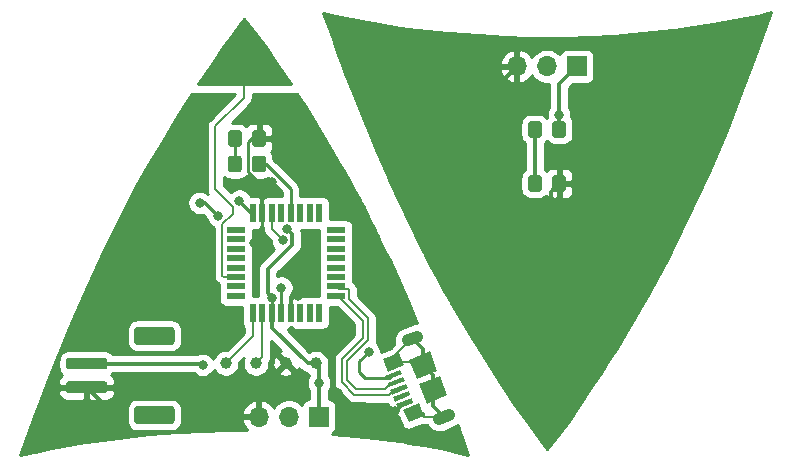
<source format=gbr>
G04 #@! TF.GenerationSoftware,KiCad,Pcbnew,5.1.5-1.fc31*
G04 #@! TF.CreationDate,2020-03-02T06:03:26+00:00*
G04 #@! TF.ProjectId,CatEars,43617445-6172-4732-9e6b-696361645f70,rev?*
G04 #@! TF.SameCoordinates,Original*
G04 #@! TF.FileFunction,Copper,L2,Bot*
G04 #@! TF.FilePolarity,Positive*
%FSLAX46Y46*%
G04 Gerber Fmt 4.6, Leading zero omitted, Abs format (unit mm)*
G04 Created by KiCad (PCBNEW 5.1.5-1.fc31) date 2020-03-02 06:03:26*
%MOMM*%
%LPD*%
G04 APERTURE LIST*
%ADD10C,1.000000*%
%ADD11C,1.500000*%
%ADD12O,1.700000X1.700000*%
%ADD13R,1.700000X1.700000*%
%ADD14C,0.100000*%
%ADD15R,0.550000X1.600000*%
%ADD16R,1.600000X0.550000*%
%ADD17C,1.050000*%
%ADD18C,0.800000*%
%ADD19C,0.250000*%
%ADD20C,0.375000*%
%ADD21C,0.200000*%
%ADD22C,0.254000*%
G04 APERTURE END LIST*
D10*
X222250000Y-146050000D03*
X224790000Y-146050000D03*
D11*
X218694000Y-120650000D03*
D12*
X241808000Y-120904000D03*
X244348000Y-120904000D03*
D13*
X246888000Y-120904000D03*
G04 #@! TA.AperFunction,SMDPad,CuDef*
D14*
G36*
X245722505Y-125539204D02*
G01*
X245746773Y-125542804D01*
X245770572Y-125548765D01*
X245793671Y-125557030D01*
X245815850Y-125567520D01*
X245836893Y-125580132D01*
X245856599Y-125594747D01*
X245874777Y-125611223D01*
X245891253Y-125629401D01*
X245905868Y-125649107D01*
X245918480Y-125670150D01*
X245928970Y-125692329D01*
X245937235Y-125715428D01*
X245943196Y-125739227D01*
X245946796Y-125763495D01*
X245948000Y-125787999D01*
X245948000Y-126688001D01*
X245946796Y-126712505D01*
X245943196Y-126736773D01*
X245937235Y-126760572D01*
X245928970Y-126783671D01*
X245918480Y-126805850D01*
X245905868Y-126826893D01*
X245891253Y-126846599D01*
X245874777Y-126864777D01*
X245856599Y-126881253D01*
X245836893Y-126895868D01*
X245815850Y-126908480D01*
X245793671Y-126918970D01*
X245770572Y-126927235D01*
X245746773Y-126933196D01*
X245722505Y-126936796D01*
X245698001Y-126938000D01*
X245047999Y-126938000D01*
X245023495Y-126936796D01*
X244999227Y-126933196D01*
X244975428Y-126927235D01*
X244952329Y-126918970D01*
X244930150Y-126908480D01*
X244909107Y-126895868D01*
X244889401Y-126881253D01*
X244871223Y-126864777D01*
X244854747Y-126846599D01*
X244840132Y-126826893D01*
X244827520Y-126805850D01*
X244817030Y-126783671D01*
X244808765Y-126760572D01*
X244802804Y-126736773D01*
X244799204Y-126712505D01*
X244798000Y-126688001D01*
X244798000Y-125787999D01*
X244799204Y-125763495D01*
X244802804Y-125739227D01*
X244808765Y-125715428D01*
X244817030Y-125692329D01*
X244827520Y-125670150D01*
X244840132Y-125649107D01*
X244854747Y-125629401D01*
X244871223Y-125611223D01*
X244889401Y-125594747D01*
X244909107Y-125580132D01*
X244930150Y-125567520D01*
X244952329Y-125557030D01*
X244975428Y-125548765D01*
X244999227Y-125542804D01*
X245023495Y-125539204D01*
X245047999Y-125538000D01*
X245698001Y-125538000D01*
X245722505Y-125539204D01*
G37*
G04 #@! TD.AperFunction*
G04 #@! TA.AperFunction,SMDPad,CuDef*
G36*
X243672505Y-125539204D02*
G01*
X243696773Y-125542804D01*
X243720572Y-125548765D01*
X243743671Y-125557030D01*
X243765850Y-125567520D01*
X243786893Y-125580132D01*
X243806599Y-125594747D01*
X243824777Y-125611223D01*
X243841253Y-125629401D01*
X243855868Y-125649107D01*
X243868480Y-125670150D01*
X243878970Y-125692329D01*
X243887235Y-125715428D01*
X243893196Y-125739227D01*
X243896796Y-125763495D01*
X243898000Y-125787999D01*
X243898000Y-126688001D01*
X243896796Y-126712505D01*
X243893196Y-126736773D01*
X243887235Y-126760572D01*
X243878970Y-126783671D01*
X243868480Y-126805850D01*
X243855868Y-126826893D01*
X243841253Y-126846599D01*
X243824777Y-126864777D01*
X243806599Y-126881253D01*
X243786893Y-126895868D01*
X243765850Y-126908480D01*
X243743671Y-126918970D01*
X243720572Y-126927235D01*
X243696773Y-126933196D01*
X243672505Y-126936796D01*
X243648001Y-126938000D01*
X242997999Y-126938000D01*
X242973495Y-126936796D01*
X242949227Y-126933196D01*
X242925428Y-126927235D01*
X242902329Y-126918970D01*
X242880150Y-126908480D01*
X242859107Y-126895868D01*
X242839401Y-126881253D01*
X242821223Y-126864777D01*
X242804747Y-126846599D01*
X242790132Y-126826893D01*
X242777520Y-126805850D01*
X242767030Y-126783671D01*
X242758765Y-126760572D01*
X242752804Y-126736773D01*
X242749204Y-126712505D01*
X242748000Y-126688001D01*
X242748000Y-125787999D01*
X242749204Y-125763495D01*
X242752804Y-125739227D01*
X242758765Y-125715428D01*
X242767030Y-125692329D01*
X242777520Y-125670150D01*
X242790132Y-125649107D01*
X242804747Y-125629401D01*
X242821223Y-125611223D01*
X242839401Y-125594747D01*
X242859107Y-125580132D01*
X242880150Y-125567520D01*
X242902329Y-125557030D01*
X242925428Y-125548765D01*
X242949227Y-125542804D01*
X242973495Y-125539204D01*
X242997999Y-125538000D01*
X243648001Y-125538000D01*
X243672505Y-125539204D01*
G37*
G04 #@! TD.AperFunction*
G04 #@! TA.AperFunction,SMDPad,CuDef*
G36*
X243672505Y-130111204D02*
G01*
X243696773Y-130114804D01*
X243720572Y-130120765D01*
X243743671Y-130129030D01*
X243765850Y-130139520D01*
X243786893Y-130152132D01*
X243806599Y-130166747D01*
X243824777Y-130183223D01*
X243841253Y-130201401D01*
X243855868Y-130221107D01*
X243868480Y-130242150D01*
X243878970Y-130264329D01*
X243887235Y-130287428D01*
X243893196Y-130311227D01*
X243896796Y-130335495D01*
X243898000Y-130359999D01*
X243898000Y-131260001D01*
X243896796Y-131284505D01*
X243893196Y-131308773D01*
X243887235Y-131332572D01*
X243878970Y-131355671D01*
X243868480Y-131377850D01*
X243855868Y-131398893D01*
X243841253Y-131418599D01*
X243824777Y-131436777D01*
X243806599Y-131453253D01*
X243786893Y-131467868D01*
X243765850Y-131480480D01*
X243743671Y-131490970D01*
X243720572Y-131499235D01*
X243696773Y-131505196D01*
X243672505Y-131508796D01*
X243648001Y-131510000D01*
X242997999Y-131510000D01*
X242973495Y-131508796D01*
X242949227Y-131505196D01*
X242925428Y-131499235D01*
X242902329Y-131490970D01*
X242880150Y-131480480D01*
X242859107Y-131467868D01*
X242839401Y-131453253D01*
X242821223Y-131436777D01*
X242804747Y-131418599D01*
X242790132Y-131398893D01*
X242777520Y-131377850D01*
X242767030Y-131355671D01*
X242758765Y-131332572D01*
X242752804Y-131308773D01*
X242749204Y-131284505D01*
X242748000Y-131260001D01*
X242748000Y-130359999D01*
X242749204Y-130335495D01*
X242752804Y-130311227D01*
X242758765Y-130287428D01*
X242767030Y-130264329D01*
X242777520Y-130242150D01*
X242790132Y-130221107D01*
X242804747Y-130201401D01*
X242821223Y-130183223D01*
X242839401Y-130166747D01*
X242859107Y-130152132D01*
X242880150Y-130139520D01*
X242902329Y-130129030D01*
X242925428Y-130120765D01*
X242949227Y-130114804D01*
X242973495Y-130111204D01*
X242997999Y-130110000D01*
X243648001Y-130110000D01*
X243672505Y-130111204D01*
G37*
G04 #@! TD.AperFunction*
G04 #@! TA.AperFunction,SMDPad,CuDef*
G36*
X245722505Y-130111204D02*
G01*
X245746773Y-130114804D01*
X245770572Y-130120765D01*
X245793671Y-130129030D01*
X245815850Y-130139520D01*
X245836893Y-130152132D01*
X245856599Y-130166747D01*
X245874777Y-130183223D01*
X245891253Y-130201401D01*
X245905868Y-130221107D01*
X245918480Y-130242150D01*
X245928970Y-130264329D01*
X245937235Y-130287428D01*
X245943196Y-130311227D01*
X245946796Y-130335495D01*
X245948000Y-130359999D01*
X245948000Y-131260001D01*
X245946796Y-131284505D01*
X245943196Y-131308773D01*
X245937235Y-131332572D01*
X245928970Y-131355671D01*
X245918480Y-131377850D01*
X245905868Y-131398893D01*
X245891253Y-131418599D01*
X245874777Y-131436777D01*
X245856599Y-131453253D01*
X245836893Y-131467868D01*
X245815850Y-131480480D01*
X245793671Y-131490970D01*
X245770572Y-131499235D01*
X245746773Y-131505196D01*
X245722505Y-131508796D01*
X245698001Y-131510000D01*
X245047999Y-131510000D01*
X245023495Y-131508796D01*
X244999227Y-131505196D01*
X244975428Y-131499235D01*
X244952329Y-131490970D01*
X244930150Y-131480480D01*
X244909107Y-131467868D01*
X244889401Y-131453253D01*
X244871223Y-131436777D01*
X244854747Y-131418599D01*
X244840132Y-131398893D01*
X244827520Y-131377850D01*
X244817030Y-131355671D01*
X244808765Y-131332572D01*
X244802804Y-131308773D01*
X244799204Y-131284505D01*
X244798000Y-131260001D01*
X244798000Y-130359999D01*
X244799204Y-130335495D01*
X244802804Y-130311227D01*
X244808765Y-130287428D01*
X244817030Y-130264329D01*
X244827520Y-130242150D01*
X244840132Y-130221107D01*
X244854747Y-130201401D01*
X244871223Y-130183223D01*
X244889401Y-130166747D01*
X244909107Y-130152132D01*
X244930150Y-130139520D01*
X244952329Y-130129030D01*
X244975428Y-130120765D01*
X244999227Y-130114804D01*
X245023495Y-130111204D01*
X245047999Y-130110000D01*
X245698001Y-130110000D01*
X245722505Y-130111204D01*
G37*
G04 #@! TD.AperFunction*
D12*
X219964000Y-150558500D03*
X222504000Y-150558500D03*
D13*
X225044000Y-150558500D03*
D10*
X217170000Y-146050000D03*
X219710000Y-146050000D03*
G04 #@! TA.AperFunction,SMDPad,CuDef*
D14*
G36*
X212591004Y-149667204D02*
G01*
X212615273Y-149670804D01*
X212639071Y-149676765D01*
X212662171Y-149685030D01*
X212684349Y-149695520D01*
X212705393Y-149708133D01*
X212725098Y-149722747D01*
X212743277Y-149739223D01*
X212759753Y-149757402D01*
X212774367Y-149777107D01*
X212786980Y-149798151D01*
X212797470Y-149820329D01*
X212805735Y-149843429D01*
X212811696Y-149867227D01*
X212815296Y-149891496D01*
X212816500Y-149916000D01*
X212816500Y-150916000D01*
X212815296Y-150940504D01*
X212811696Y-150964773D01*
X212805735Y-150988571D01*
X212797470Y-151011671D01*
X212786980Y-151033849D01*
X212774367Y-151054893D01*
X212759753Y-151074598D01*
X212743277Y-151092777D01*
X212725098Y-151109253D01*
X212705393Y-151123867D01*
X212684349Y-151136480D01*
X212662171Y-151146970D01*
X212639071Y-151155235D01*
X212615273Y-151161196D01*
X212591004Y-151164796D01*
X212566500Y-151166000D01*
X209666500Y-151166000D01*
X209641996Y-151164796D01*
X209617727Y-151161196D01*
X209593929Y-151155235D01*
X209570829Y-151146970D01*
X209548651Y-151136480D01*
X209527607Y-151123867D01*
X209507902Y-151109253D01*
X209489723Y-151092777D01*
X209473247Y-151074598D01*
X209458633Y-151054893D01*
X209446020Y-151033849D01*
X209435530Y-151011671D01*
X209427265Y-150988571D01*
X209421304Y-150964773D01*
X209417704Y-150940504D01*
X209416500Y-150916000D01*
X209416500Y-149916000D01*
X209417704Y-149891496D01*
X209421304Y-149867227D01*
X209427265Y-149843429D01*
X209435530Y-149820329D01*
X209446020Y-149798151D01*
X209458633Y-149777107D01*
X209473247Y-149757402D01*
X209489723Y-149739223D01*
X209507902Y-149722747D01*
X209527607Y-149708133D01*
X209548651Y-149695520D01*
X209570829Y-149685030D01*
X209593929Y-149676765D01*
X209617727Y-149670804D01*
X209641996Y-149667204D01*
X209666500Y-149666000D01*
X212566500Y-149666000D01*
X212591004Y-149667204D01*
G37*
G04 #@! TD.AperFunction*
G04 #@! TA.AperFunction,SMDPad,CuDef*
G36*
X212591004Y-142967204D02*
G01*
X212615273Y-142970804D01*
X212639071Y-142976765D01*
X212662171Y-142985030D01*
X212684349Y-142995520D01*
X212705393Y-143008133D01*
X212725098Y-143022747D01*
X212743277Y-143039223D01*
X212759753Y-143057402D01*
X212774367Y-143077107D01*
X212786980Y-143098151D01*
X212797470Y-143120329D01*
X212805735Y-143143429D01*
X212811696Y-143167227D01*
X212815296Y-143191496D01*
X212816500Y-143216000D01*
X212816500Y-144216000D01*
X212815296Y-144240504D01*
X212811696Y-144264773D01*
X212805735Y-144288571D01*
X212797470Y-144311671D01*
X212786980Y-144333849D01*
X212774367Y-144354893D01*
X212759753Y-144374598D01*
X212743277Y-144392777D01*
X212725098Y-144409253D01*
X212705393Y-144423867D01*
X212684349Y-144436480D01*
X212662171Y-144446970D01*
X212639071Y-144455235D01*
X212615273Y-144461196D01*
X212591004Y-144464796D01*
X212566500Y-144466000D01*
X209666500Y-144466000D01*
X209641996Y-144464796D01*
X209617727Y-144461196D01*
X209593929Y-144455235D01*
X209570829Y-144446970D01*
X209548651Y-144436480D01*
X209527607Y-144423867D01*
X209507902Y-144409253D01*
X209489723Y-144392777D01*
X209473247Y-144374598D01*
X209458633Y-144354893D01*
X209446020Y-144333849D01*
X209435530Y-144311671D01*
X209427265Y-144288571D01*
X209421304Y-144264773D01*
X209417704Y-144240504D01*
X209416500Y-144216000D01*
X209416500Y-143216000D01*
X209417704Y-143191496D01*
X209421304Y-143167227D01*
X209427265Y-143143429D01*
X209435530Y-143120329D01*
X209446020Y-143098151D01*
X209458633Y-143077107D01*
X209473247Y-143057402D01*
X209489723Y-143039223D01*
X209507902Y-143022747D01*
X209527607Y-143008133D01*
X209548651Y-142995520D01*
X209570829Y-142985030D01*
X209593929Y-142976765D01*
X209617727Y-142970804D01*
X209641996Y-142967204D01*
X209666500Y-142966000D01*
X212566500Y-142966000D01*
X212591004Y-142967204D01*
G37*
G04 #@! TD.AperFunction*
G04 #@! TA.AperFunction,SMDPad,CuDef*
G36*
X206891004Y-147567204D02*
G01*
X206915273Y-147570804D01*
X206939071Y-147576765D01*
X206962171Y-147585030D01*
X206984349Y-147595520D01*
X207005393Y-147608133D01*
X207025098Y-147622747D01*
X207043277Y-147639223D01*
X207059753Y-147657402D01*
X207074367Y-147677107D01*
X207086980Y-147698151D01*
X207097470Y-147720329D01*
X207105735Y-147743429D01*
X207111696Y-147767227D01*
X207115296Y-147791496D01*
X207116500Y-147816000D01*
X207116500Y-148316000D01*
X207115296Y-148340504D01*
X207111696Y-148364773D01*
X207105735Y-148388571D01*
X207097470Y-148411671D01*
X207086980Y-148433849D01*
X207074367Y-148454893D01*
X207059753Y-148474598D01*
X207043277Y-148492777D01*
X207025098Y-148509253D01*
X207005393Y-148523867D01*
X206984349Y-148536480D01*
X206962171Y-148546970D01*
X206939071Y-148555235D01*
X206915273Y-148561196D01*
X206891004Y-148564796D01*
X206866500Y-148566000D01*
X203866500Y-148566000D01*
X203841996Y-148564796D01*
X203817727Y-148561196D01*
X203793929Y-148555235D01*
X203770829Y-148546970D01*
X203748651Y-148536480D01*
X203727607Y-148523867D01*
X203707902Y-148509253D01*
X203689723Y-148492777D01*
X203673247Y-148474598D01*
X203658633Y-148454893D01*
X203646020Y-148433849D01*
X203635530Y-148411671D01*
X203627265Y-148388571D01*
X203621304Y-148364773D01*
X203617704Y-148340504D01*
X203616500Y-148316000D01*
X203616500Y-147816000D01*
X203617704Y-147791496D01*
X203621304Y-147767227D01*
X203627265Y-147743429D01*
X203635530Y-147720329D01*
X203646020Y-147698151D01*
X203658633Y-147677107D01*
X203673247Y-147657402D01*
X203689723Y-147639223D01*
X203707902Y-147622747D01*
X203727607Y-147608133D01*
X203748651Y-147595520D01*
X203770829Y-147585030D01*
X203793929Y-147576765D01*
X203817727Y-147570804D01*
X203841996Y-147567204D01*
X203866500Y-147566000D01*
X206866500Y-147566000D01*
X206891004Y-147567204D01*
G37*
G04 #@! TD.AperFunction*
G04 #@! TA.AperFunction,SMDPad,CuDef*
G36*
X206891004Y-145567204D02*
G01*
X206915273Y-145570804D01*
X206939071Y-145576765D01*
X206962171Y-145585030D01*
X206984349Y-145595520D01*
X207005393Y-145608133D01*
X207025098Y-145622747D01*
X207043277Y-145639223D01*
X207059753Y-145657402D01*
X207074367Y-145677107D01*
X207086980Y-145698151D01*
X207097470Y-145720329D01*
X207105735Y-145743429D01*
X207111696Y-145767227D01*
X207115296Y-145791496D01*
X207116500Y-145816000D01*
X207116500Y-146316000D01*
X207115296Y-146340504D01*
X207111696Y-146364773D01*
X207105735Y-146388571D01*
X207097470Y-146411671D01*
X207086980Y-146433849D01*
X207074367Y-146454893D01*
X207059753Y-146474598D01*
X207043277Y-146492777D01*
X207025098Y-146509253D01*
X207005393Y-146523867D01*
X206984349Y-146536480D01*
X206962171Y-146546970D01*
X206939071Y-146555235D01*
X206915273Y-146561196D01*
X206891004Y-146564796D01*
X206866500Y-146566000D01*
X203866500Y-146566000D01*
X203841996Y-146564796D01*
X203817727Y-146561196D01*
X203793929Y-146555235D01*
X203770829Y-146546970D01*
X203748651Y-146536480D01*
X203727607Y-146523867D01*
X203707902Y-146509253D01*
X203689723Y-146492777D01*
X203673247Y-146474598D01*
X203658633Y-146454893D01*
X203646020Y-146433849D01*
X203635530Y-146411671D01*
X203627265Y-146388571D01*
X203621304Y-146364773D01*
X203617704Y-146340504D01*
X203616500Y-146316000D01*
X203616500Y-145816000D01*
X203617704Y-145791496D01*
X203621304Y-145767227D01*
X203627265Y-145743429D01*
X203635530Y-145720329D01*
X203646020Y-145698151D01*
X203658633Y-145677107D01*
X203673247Y-145657402D01*
X203689723Y-145639223D01*
X203707902Y-145622747D01*
X203727607Y-145608133D01*
X203748651Y-145595520D01*
X203770829Y-145585030D01*
X203793929Y-145576765D01*
X203817727Y-145570804D01*
X203841996Y-145567204D01*
X203866500Y-145566000D01*
X206866500Y-145566000D01*
X206891004Y-145567204D01*
G37*
G04 #@! TD.AperFunction*
G04 #@! TA.AperFunction,SMDPad,CuDef*
G36*
X218272505Y-126301204D02*
G01*
X218296773Y-126304804D01*
X218320572Y-126310765D01*
X218343671Y-126319030D01*
X218365850Y-126329520D01*
X218386893Y-126342132D01*
X218406599Y-126356747D01*
X218424777Y-126373223D01*
X218441253Y-126391401D01*
X218455868Y-126411107D01*
X218468480Y-126432150D01*
X218478970Y-126454329D01*
X218487235Y-126477428D01*
X218493196Y-126501227D01*
X218496796Y-126525495D01*
X218498000Y-126549999D01*
X218498000Y-127450001D01*
X218496796Y-127474505D01*
X218493196Y-127498773D01*
X218487235Y-127522572D01*
X218478970Y-127545671D01*
X218468480Y-127567850D01*
X218455868Y-127588893D01*
X218441253Y-127608599D01*
X218424777Y-127626777D01*
X218406599Y-127643253D01*
X218386893Y-127657868D01*
X218365850Y-127670480D01*
X218343671Y-127680970D01*
X218320572Y-127689235D01*
X218296773Y-127695196D01*
X218272505Y-127698796D01*
X218248001Y-127700000D01*
X217597999Y-127700000D01*
X217573495Y-127698796D01*
X217549227Y-127695196D01*
X217525428Y-127689235D01*
X217502329Y-127680970D01*
X217480150Y-127670480D01*
X217459107Y-127657868D01*
X217439401Y-127643253D01*
X217421223Y-127626777D01*
X217404747Y-127608599D01*
X217390132Y-127588893D01*
X217377520Y-127567850D01*
X217367030Y-127545671D01*
X217358765Y-127522572D01*
X217352804Y-127498773D01*
X217349204Y-127474505D01*
X217348000Y-127450001D01*
X217348000Y-126549999D01*
X217349204Y-126525495D01*
X217352804Y-126501227D01*
X217358765Y-126477428D01*
X217367030Y-126454329D01*
X217377520Y-126432150D01*
X217390132Y-126411107D01*
X217404747Y-126391401D01*
X217421223Y-126373223D01*
X217439401Y-126356747D01*
X217459107Y-126342132D01*
X217480150Y-126329520D01*
X217502329Y-126319030D01*
X217525428Y-126310765D01*
X217549227Y-126304804D01*
X217573495Y-126301204D01*
X217597999Y-126300000D01*
X218248001Y-126300000D01*
X218272505Y-126301204D01*
G37*
G04 #@! TD.AperFunction*
G04 #@! TA.AperFunction,SMDPad,CuDef*
G36*
X220322505Y-126301204D02*
G01*
X220346773Y-126304804D01*
X220370572Y-126310765D01*
X220393671Y-126319030D01*
X220415850Y-126329520D01*
X220436893Y-126342132D01*
X220456599Y-126356747D01*
X220474777Y-126373223D01*
X220491253Y-126391401D01*
X220505868Y-126411107D01*
X220518480Y-126432150D01*
X220528970Y-126454329D01*
X220537235Y-126477428D01*
X220543196Y-126501227D01*
X220546796Y-126525495D01*
X220548000Y-126549999D01*
X220548000Y-127450001D01*
X220546796Y-127474505D01*
X220543196Y-127498773D01*
X220537235Y-127522572D01*
X220528970Y-127545671D01*
X220518480Y-127567850D01*
X220505868Y-127588893D01*
X220491253Y-127608599D01*
X220474777Y-127626777D01*
X220456599Y-127643253D01*
X220436893Y-127657868D01*
X220415850Y-127670480D01*
X220393671Y-127680970D01*
X220370572Y-127689235D01*
X220346773Y-127695196D01*
X220322505Y-127698796D01*
X220298001Y-127700000D01*
X219647999Y-127700000D01*
X219623495Y-127698796D01*
X219599227Y-127695196D01*
X219575428Y-127689235D01*
X219552329Y-127680970D01*
X219530150Y-127670480D01*
X219509107Y-127657868D01*
X219489401Y-127643253D01*
X219471223Y-127626777D01*
X219454747Y-127608599D01*
X219440132Y-127588893D01*
X219427520Y-127567850D01*
X219417030Y-127545671D01*
X219408765Y-127522572D01*
X219402804Y-127498773D01*
X219399204Y-127474505D01*
X219398000Y-127450001D01*
X219398000Y-126549999D01*
X219399204Y-126525495D01*
X219402804Y-126501227D01*
X219408765Y-126477428D01*
X219417030Y-126454329D01*
X219427520Y-126432150D01*
X219440132Y-126411107D01*
X219454747Y-126391401D01*
X219471223Y-126373223D01*
X219489401Y-126356747D01*
X219509107Y-126342132D01*
X219530150Y-126329520D01*
X219552329Y-126319030D01*
X219575428Y-126310765D01*
X219599227Y-126304804D01*
X219623495Y-126301204D01*
X219647999Y-126300000D01*
X220298001Y-126300000D01*
X220322505Y-126301204D01*
G37*
G04 #@! TD.AperFunction*
G04 #@! TA.AperFunction,SMDPad,CuDef*
G36*
X218272505Y-128460204D02*
G01*
X218296773Y-128463804D01*
X218320572Y-128469765D01*
X218343671Y-128478030D01*
X218365850Y-128488520D01*
X218386893Y-128501132D01*
X218406599Y-128515747D01*
X218424777Y-128532223D01*
X218441253Y-128550401D01*
X218455868Y-128570107D01*
X218468480Y-128591150D01*
X218478970Y-128613329D01*
X218487235Y-128636428D01*
X218493196Y-128660227D01*
X218496796Y-128684495D01*
X218498000Y-128708999D01*
X218498000Y-129609001D01*
X218496796Y-129633505D01*
X218493196Y-129657773D01*
X218487235Y-129681572D01*
X218478970Y-129704671D01*
X218468480Y-129726850D01*
X218455868Y-129747893D01*
X218441253Y-129767599D01*
X218424777Y-129785777D01*
X218406599Y-129802253D01*
X218386893Y-129816868D01*
X218365850Y-129829480D01*
X218343671Y-129839970D01*
X218320572Y-129848235D01*
X218296773Y-129854196D01*
X218272505Y-129857796D01*
X218248001Y-129859000D01*
X217597999Y-129859000D01*
X217573495Y-129857796D01*
X217549227Y-129854196D01*
X217525428Y-129848235D01*
X217502329Y-129839970D01*
X217480150Y-129829480D01*
X217459107Y-129816868D01*
X217439401Y-129802253D01*
X217421223Y-129785777D01*
X217404747Y-129767599D01*
X217390132Y-129747893D01*
X217377520Y-129726850D01*
X217367030Y-129704671D01*
X217358765Y-129681572D01*
X217352804Y-129657773D01*
X217349204Y-129633505D01*
X217348000Y-129609001D01*
X217348000Y-128708999D01*
X217349204Y-128684495D01*
X217352804Y-128660227D01*
X217358765Y-128636428D01*
X217367030Y-128613329D01*
X217377520Y-128591150D01*
X217390132Y-128570107D01*
X217404747Y-128550401D01*
X217421223Y-128532223D01*
X217439401Y-128515747D01*
X217459107Y-128501132D01*
X217480150Y-128488520D01*
X217502329Y-128478030D01*
X217525428Y-128469765D01*
X217549227Y-128463804D01*
X217573495Y-128460204D01*
X217597999Y-128459000D01*
X218248001Y-128459000D01*
X218272505Y-128460204D01*
G37*
G04 #@! TD.AperFunction*
G04 #@! TA.AperFunction,SMDPad,CuDef*
G36*
X220322505Y-128460204D02*
G01*
X220346773Y-128463804D01*
X220370572Y-128469765D01*
X220393671Y-128478030D01*
X220415850Y-128488520D01*
X220436893Y-128501132D01*
X220456599Y-128515747D01*
X220474777Y-128532223D01*
X220491253Y-128550401D01*
X220505868Y-128570107D01*
X220518480Y-128591150D01*
X220528970Y-128613329D01*
X220537235Y-128636428D01*
X220543196Y-128660227D01*
X220546796Y-128684495D01*
X220548000Y-128708999D01*
X220548000Y-129609001D01*
X220546796Y-129633505D01*
X220543196Y-129657773D01*
X220537235Y-129681572D01*
X220528970Y-129704671D01*
X220518480Y-129726850D01*
X220505868Y-129747893D01*
X220491253Y-129767599D01*
X220474777Y-129785777D01*
X220456599Y-129802253D01*
X220436893Y-129816868D01*
X220415850Y-129829480D01*
X220393671Y-129839970D01*
X220370572Y-129848235D01*
X220346773Y-129854196D01*
X220322505Y-129857796D01*
X220298001Y-129859000D01*
X219647999Y-129859000D01*
X219623495Y-129857796D01*
X219599227Y-129854196D01*
X219575428Y-129848235D01*
X219552329Y-129839970D01*
X219530150Y-129829480D01*
X219509107Y-129816868D01*
X219489401Y-129802253D01*
X219471223Y-129785777D01*
X219454747Y-129767599D01*
X219440132Y-129747893D01*
X219427520Y-129726850D01*
X219417030Y-129704671D01*
X219408765Y-129681572D01*
X219402804Y-129657773D01*
X219399204Y-129633505D01*
X219398000Y-129609001D01*
X219398000Y-128708999D01*
X219399204Y-128684495D01*
X219402804Y-128660227D01*
X219408765Y-128636428D01*
X219417030Y-128613329D01*
X219427520Y-128591150D01*
X219440132Y-128570107D01*
X219454747Y-128550401D01*
X219471223Y-128532223D01*
X219489401Y-128515747D01*
X219509107Y-128501132D01*
X219530150Y-128488520D01*
X219552329Y-128478030D01*
X219575428Y-128469765D01*
X219599227Y-128463804D01*
X219623495Y-128460204D01*
X219647999Y-128459000D01*
X220298001Y-128459000D01*
X220322505Y-128460204D01*
G37*
G04 #@! TD.AperFunction*
D15*
X219450000Y-141791000D03*
X220250000Y-141791000D03*
X221050000Y-141791000D03*
X221850000Y-141791000D03*
X222650000Y-141791000D03*
X223450000Y-141791000D03*
X224250000Y-141791000D03*
X225050000Y-141791000D03*
D16*
X226500000Y-140341000D03*
X226500000Y-139541000D03*
X226500000Y-138741000D03*
X226500000Y-137941000D03*
X226500000Y-137141000D03*
X226500000Y-136341000D03*
X226500000Y-135541000D03*
X226500000Y-134741000D03*
D15*
X225050000Y-133291000D03*
X224250000Y-133291000D03*
X223450000Y-133291000D03*
X222650000Y-133291000D03*
X221850000Y-133291000D03*
X221050000Y-133291000D03*
X220250000Y-133291000D03*
X219450000Y-133291000D03*
D16*
X218000000Y-134741000D03*
X218000000Y-135541000D03*
X218000000Y-136341000D03*
X218000000Y-137141000D03*
X218000000Y-137941000D03*
X218000000Y-138741000D03*
X218000000Y-139541000D03*
X218000000Y-140341000D03*
G04 #@! TA.AperFunction,SMDPad,CuDef*
D14*
G36*
X230460306Y-145674237D02*
G01*
X231804723Y-145131058D01*
X232235520Y-146197319D01*
X230891103Y-146740498D01*
X230460306Y-145674237D01*
G37*
G04 #@! TD.AperFunction*
G04 #@! TA.AperFunction,SMDPad,CuDef*
G36*
X232198481Y-149976370D02*
G01*
X233542898Y-149433191D01*
X233973695Y-150499452D01*
X232629278Y-151042631D01*
X232198481Y-149976370D01*
G37*
G04 #@! TD.AperFunction*
D17*
X236017892Y-150406946D02*
X235229786Y-150725362D01*
X232551349Y-144095998D02*
X233339455Y-143777582D01*
G04 #@! TA.AperFunction,SMDPad,CuDef*
D14*
G36*
X232654583Y-145752980D02*
G01*
X234416232Y-145041228D01*
X235071793Y-146663800D01*
X233310144Y-147375552D01*
X232654583Y-145752980D01*
G37*
G04 #@! TD.AperFunction*
G04 #@! TA.AperFunction,SMDPad,CuDef*
G36*
X231103633Y-148320968D02*
G01*
X232401690Y-147796519D01*
X232551533Y-148167392D01*
X231253476Y-148691841D01*
X231103633Y-148320968D01*
G37*
G04 #@! TD.AperFunction*
G04 #@! TA.AperFunction,SMDPad,CuDef*
G36*
X231347128Y-148923637D02*
G01*
X232645185Y-148399188D01*
X232795028Y-148770061D01*
X231496971Y-149294510D01*
X231347128Y-148923637D01*
G37*
G04 #@! TD.AperFunction*
G04 #@! TA.AperFunction,SMDPad,CuDef*
G36*
X231590622Y-149526307D02*
G01*
X232888679Y-149001858D01*
X233038522Y-149372731D01*
X231740465Y-149897180D01*
X231590622Y-149526307D01*
G37*
G04 #@! TD.AperFunction*
G04 #@! TA.AperFunction,SMDPad,CuDef*
G36*
X230616645Y-147115629D02*
G01*
X231914702Y-146591180D01*
X232064545Y-146962053D01*
X230766488Y-147486502D01*
X230616645Y-147115629D01*
G37*
G04 #@! TD.AperFunction*
G04 #@! TA.AperFunction,SMDPad,CuDef*
G36*
X230860139Y-147718298D02*
G01*
X232158196Y-147193849D01*
X232308039Y-147564722D01*
X231009982Y-148089171D01*
X230860139Y-147718298D01*
G37*
G04 #@! TD.AperFunction*
G04 #@! TA.AperFunction,SMDPad,CuDef*
G36*
X233497448Y-147839144D02*
G01*
X235259097Y-147127392D01*
X235914658Y-148749964D01*
X234153009Y-149461716D01*
X233497448Y-147839144D01*
G37*
G04 #@! TD.AperFunction*
D18*
X231521000Y-150114000D03*
X219583000Y-135826500D03*
X223266000Y-140361500D03*
X226695000Y-148590000D03*
X224917000Y-127952500D03*
X204914500Y-143319500D03*
X226504500Y-141605000D03*
X207200500Y-149796500D03*
X220154500Y-124269500D03*
X213677500Y-131673500D03*
X214565000Y-136398000D03*
X221043500Y-130683000D03*
X221107000Y-140525500D03*
X225044000Y-147701000D03*
X222372815Y-134690998D03*
X214947500Y-132461000D03*
X216533524Y-133602524D03*
X218313000Y-132270500D03*
X229254075Y-145053075D03*
X215201500Y-146177000D03*
X218694000Y-117983000D03*
X221996000Y-135636000D03*
X221869000Y-139636500D03*
X240347500Y-123190000D03*
X244665500Y-132334000D03*
X241363500Y-135064500D03*
X245364000Y-125031500D03*
D19*
X232314572Y-149449519D02*
X232185481Y-149449519D01*
X232185481Y-149449519D02*
X231521000Y-150114000D01*
X219398000Y-127000000D02*
X219973000Y-127000000D01*
X219072990Y-127325010D02*
X219398000Y-127000000D01*
X219072990Y-129847180D02*
X219072990Y-127325010D01*
X220250000Y-133291000D02*
X220250000Y-131024190D01*
X220250000Y-131024190D02*
X219072990Y-129847180D01*
X220250000Y-133291000D02*
X220250000Y-135159500D01*
X220250000Y-135159500D02*
X219583000Y-135826500D01*
D20*
X222650000Y-140616000D02*
X222650000Y-141791000D01*
X223266000Y-140361500D02*
X222904500Y-140361500D01*
X222904500Y-140361500D02*
X222650000Y-140616000D01*
X228219000Y-150114000D02*
X231521000Y-150114000D01*
X226695000Y-148590000D02*
X228219000Y-150114000D01*
X226295001Y-148190001D02*
X226695000Y-148590000D01*
X226295001Y-142380184D02*
X226295001Y-148190001D01*
X226504500Y-141605000D02*
X226504500Y-142170685D01*
X226504500Y-142170685D02*
X226295001Y-142380184D01*
X207097000Y-149796500D02*
X205366500Y-148066000D01*
X207200500Y-149796500D02*
X207097000Y-149796500D01*
X220154500Y-126818500D02*
X219973000Y-127000000D01*
X220154500Y-124269500D02*
X220154500Y-126818500D01*
X223964500Y-127000000D02*
X224917000Y-127952500D01*
X219973000Y-127000000D02*
X223964500Y-127000000D01*
X213677500Y-131673500D02*
X213677500Y-135510500D01*
X213677500Y-135510500D02*
X214565000Y-136398000D01*
X220250000Y-133291000D02*
X220250000Y-131476500D01*
X220250000Y-131476500D02*
X221043500Y-130683000D01*
X225044000Y-146304000D02*
X224790000Y-146050000D01*
X224082894Y-146050000D02*
X224790000Y-146050000D01*
X221050000Y-141791000D02*
X221050000Y-143017106D01*
X221050000Y-143017106D02*
X224082894Y-146050000D01*
D19*
X221050000Y-141791000D02*
X221050000Y-140582500D01*
X221050000Y-140582500D02*
X221107000Y-140525500D01*
D20*
X225044000Y-150558500D02*
X225044000Y-147701000D01*
X225044000Y-147701000D02*
X225044000Y-146304000D01*
X220707001Y-140125501D02*
X220707001Y-138090501D01*
X222783501Y-135101684D02*
X222372815Y-134690998D01*
X221107000Y-140525500D02*
X220707001Y-140125501D01*
X220707001Y-138090501D02*
X222783501Y-136014001D01*
X222783501Y-136014001D02*
X222783501Y-135101684D01*
X214947500Y-132461000D02*
X215392000Y-132461000D01*
X215392000Y-132461000D02*
X216533524Y-133602524D01*
X219450000Y-133291000D02*
X219333500Y-133291000D01*
X219333500Y-133291000D02*
X218313000Y-132270500D01*
D19*
X231201105Y-147038841D02*
X230983446Y-147256500D01*
X231340595Y-147038841D02*
X231201105Y-147038841D01*
X230983446Y-147256500D02*
X228917500Y-147256500D01*
X228917500Y-147256500D02*
X228473000Y-146812000D01*
X228473000Y-146812000D02*
X228473000Y-145834150D01*
X228473000Y-145834150D02*
X229254075Y-145053075D01*
D20*
X205366500Y-146066000D02*
X215090500Y-146066000D01*
X215090500Y-146066000D02*
X215201500Y-146177000D01*
D21*
X218694000Y-120650000D02*
X218694000Y-123571000D01*
X218694000Y-123571000D02*
X216281000Y-125984000D01*
X216281000Y-125984000D02*
X216281000Y-131318000D01*
X216281000Y-131318000D02*
X217741500Y-132778500D01*
X217741500Y-132778500D02*
X217741500Y-133384498D01*
X217000000Y-138741000D02*
X216993500Y-138747500D01*
X218000000Y-138741000D02*
X217000000Y-138741000D01*
X216993500Y-138747500D02*
X216979500Y-138747500D01*
X216869525Y-134256473D02*
X217741500Y-133384498D01*
X216979500Y-138747500D02*
X216869525Y-138637525D01*
X216869525Y-138637525D02*
X216869525Y-134256473D01*
X233590576Y-145935778D02*
X233863188Y-146208390D01*
X231347913Y-145935778D02*
X233590576Y-145935778D01*
X235623839Y-150566154D02*
X233941654Y-150566154D01*
X233868025Y-150237911D02*
X233086088Y-150237911D01*
X233941654Y-150566154D02*
X233941654Y-150311540D01*
X233941654Y-150311540D02*
X233868025Y-150237911D01*
X231347913Y-145534279D02*
X231347913Y-145935778D01*
X232945402Y-143936790D02*
X231347913Y-145534279D01*
D20*
X234706053Y-147051255D02*
X233863188Y-146208390D01*
X234706053Y-148294554D02*
X234706053Y-147051255D01*
X234706053Y-149648368D02*
X235623839Y-150566154D01*
X234706053Y-148294554D02*
X234706053Y-149648368D01*
X233863188Y-144854576D02*
X232945402Y-143936790D01*
X233863188Y-146208390D02*
X233863188Y-144854576D01*
D21*
X221050000Y-134690000D02*
X221050000Y-133291000D01*
X221996000Y-135636000D02*
X221050000Y-134690000D01*
X226663603Y-140341000D02*
X228756000Y-142433397D01*
X226500000Y-140341000D02*
X226663603Y-140341000D01*
X228756000Y-142433397D02*
X228756000Y-143924800D01*
X228756000Y-143924800D02*
X226978000Y-145702800D01*
X226978000Y-145702800D02*
X226978000Y-147667200D01*
X226978000Y-147667200D02*
X228003604Y-148692804D01*
X231827583Y-148244180D02*
X231485820Y-148244180D01*
X231013000Y-148717000D02*
X230060500Y-148717000D01*
X231485820Y-148244180D02*
X231013000Y-148717000D01*
X228003604Y-148692804D02*
X230060500Y-148717000D01*
X230060500Y-148717000D02*
X230402896Y-148692804D01*
X227600001Y-139825999D02*
X227600001Y-140641001D01*
X227600001Y-140641001D02*
X229206000Y-142247000D01*
X226500000Y-139541000D02*
X226724999Y-139765999D01*
X227540001Y-139765999D02*
X227600001Y-139825999D01*
X226724999Y-139765999D02*
X227540001Y-139765999D01*
X229206000Y-142247000D02*
X229206000Y-144111200D01*
X229206000Y-144111200D02*
X227428000Y-145889200D01*
X227428000Y-145889200D02*
X227428000Y-147480800D01*
X227428000Y-147480800D02*
X228190004Y-148242804D01*
X231199490Y-147641510D02*
X230632000Y-148209000D01*
X231584089Y-147641510D02*
X231199490Y-147641510D01*
X228190004Y-148242804D02*
X229933500Y-148209000D01*
X230632000Y-148209000D02*
X229933500Y-148209000D01*
X229933500Y-148209000D02*
X230216496Y-148242804D01*
D19*
X221869000Y-141772000D02*
X221850000Y-141791000D01*
X221869000Y-139636500D02*
X221869000Y-141772000D01*
D21*
X220250000Y-145510000D02*
X220250000Y-141791000D01*
X219710000Y-146050000D02*
X220250000Y-145510000D01*
X219450000Y-143770000D02*
X219450000Y-141791000D01*
X217170000Y-146050000D02*
X219450000Y-143770000D01*
D19*
X222650000Y-132241000D02*
X222650000Y-133291000D01*
X222650000Y-131261000D02*
X222650000Y-132241000D01*
X219973000Y-129159000D02*
X220548000Y-129159000D01*
X220548000Y-129159000D02*
X222650000Y-131261000D01*
D20*
X243323000Y-126238000D02*
X243323000Y-130810000D01*
D19*
X217923000Y-127000000D02*
X217923000Y-129159000D01*
D20*
X240347500Y-122364500D02*
X241808000Y-120904000D01*
X240347500Y-123190000D02*
X240347500Y-122364500D01*
X244665500Y-131517500D02*
X245373000Y-130810000D01*
X244665500Y-132334000D02*
X244665500Y-131517500D01*
X244665500Y-132334000D02*
X244094000Y-132334000D01*
X244094000Y-132334000D02*
X241363500Y-135064500D01*
X245373000Y-122419000D02*
X246888000Y-120904000D01*
X245373000Y-126238000D02*
X245373000Y-122419000D01*
D22*
G36*
X217959001Y-123266552D02*
G01*
X215786808Y-125438746D01*
X215758762Y-125461763D01*
X215666913Y-125573681D01*
X215598663Y-125701368D01*
X215572059Y-125789069D01*
X215556635Y-125839915D01*
X215542444Y-125984000D01*
X215546000Y-126020105D01*
X215546001Y-131281885D01*
X215542444Y-131318000D01*
X215556635Y-131462085D01*
X215596374Y-131593085D01*
X215598664Y-131600633D01*
X215639205Y-131676479D01*
X215621241Y-131671030D01*
X215607274Y-131657063D01*
X215437756Y-131543795D01*
X215249398Y-131465774D01*
X215049439Y-131426000D01*
X214845561Y-131426000D01*
X214645602Y-131465774D01*
X214457244Y-131543795D01*
X214287726Y-131657063D01*
X214143563Y-131801226D01*
X214030295Y-131970744D01*
X213952274Y-132159102D01*
X213912500Y-132359061D01*
X213912500Y-132562939D01*
X213952274Y-132762898D01*
X214030295Y-132951256D01*
X214143563Y-133120774D01*
X214287726Y-133264937D01*
X214457244Y-133378205D01*
X214645602Y-133456226D01*
X214845561Y-133496000D01*
X215049439Y-133496000D01*
X215228243Y-133460434D01*
X215505042Y-133737233D01*
X215538298Y-133904422D01*
X215616319Y-134092780D01*
X215729587Y-134262298D01*
X215873750Y-134406461D01*
X216043268Y-134519729D01*
X216134526Y-134557530D01*
X216134525Y-138601420D01*
X216130969Y-138637525D01*
X216145160Y-138781610D01*
X216148056Y-138791156D01*
X216187188Y-138920157D01*
X216255438Y-139047844D01*
X216347287Y-139159762D01*
X216375333Y-139182779D01*
X216434241Y-139241687D01*
X216457262Y-139269738D01*
X216561928Y-139355635D01*
X216561928Y-139816000D01*
X216574188Y-139940482D01*
X216574345Y-139941000D01*
X216574188Y-139941518D01*
X216561928Y-140066000D01*
X216561928Y-140616000D01*
X216574188Y-140740482D01*
X216610498Y-140860180D01*
X216669463Y-140970494D01*
X216748815Y-141067185D01*
X216845506Y-141146537D01*
X216955820Y-141205502D01*
X217075518Y-141241812D01*
X217200000Y-141254072D01*
X218536928Y-141254072D01*
X218536928Y-142591000D01*
X218549188Y-142715482D01*
X218585498Y-142835180D01*
X218644463Y-142945494D01*
X218715000Y-143031444D01*
X218715000Y-143465553D01*
X217265554Y-144915000D01*
X217058212Y-144915000D01*
X216838933Y-144958617D01*
X216632376Y-145044176D01*
X216446480Y-145168388D01*
X216288388Y-145326480D01*
X216164176Y-145512376D01*
X216102189Y-145662026D01*
X216005437Y-145517226D01*
X215861274Y-145373063D01*
X215691756Y-145259795D01*
X215503398Y-145181774D01*
X215303439Y-145142000D01*
X215099561Y-145142000D01*
X214899602Y-145181774D01*
X214750583Y-145243500D01*
X207539978Y-145243500D01*
X207494462Y-145188038D01*
X207359886Y-145077595D01*
X207206350Y-144995528D01*
X207039754Y-144944992D01*
X206866500Y-144927928D01*
X203866500Y-144927928D01*
X203693246Y-144944992D01*
X203526650Y-144995528D01*
X203373114Y-145077595D01*
X203238538Y-145188038D01*
X203128095Y-145322614D01*
X203046028Y-145476150D01*
X202995492Y-145642746D01*
X202978428Y-145816000D01*
X202978428Y-146316000D01*
X202995492Y-146489254D01*
X203046028Y-146655850D01*
X203128095Y-146809386D01*
X203238538Y-146943962D01*
X203315313Y-147006969D01*
X203262006Y-147035463D01*
X203165315Y-147114815D01*
X203085963Y-147211506D01*
X203026998Y-147321820D01*
X202990688Y-147441518D01*
X202978428Y-147566000D01*
X202981500Y-147780250D01*
X203140250Y-147939000D01*
X205239500Y-147939000D01*
X205239500Y-147919000D01*
X205493500Y-147919000D01*
X205493500Y-147939000D01*
X207592750Y-147939000D01*
X207751500Y-147780250D01*
X207754572Y-147566000D01*
X207742312Y-147441518D01*
X207706002Y-147321820D01*
X207647037Y-147211506D01*
X207567685Y-147114815D01*
X207470994Y-147035463D01*
X207417687Y-147006969D01*
X207494462Y-146943962D01*
X207539978Y-146888500D01*
X214449289Y-146888500D01*
X214541726Y-146980937D01*
X214711244Y-147094205D01*
X214899602Y-147172226D01*
X215099561Y-147212000D01*
X215303439Y-147212000D01*
X215503398Y-147172226D01*
X215691756Y-147094205D01*
X215861274Y-146980937D01*
X216005437Y-146836774D01*
X216118705Y-146667256D01*
X216157933Y-146572552D01*
X216164176Y-146587624D01*
X216288388Y-146773520D01*
X216446480Y-146931612D01*
X216632376Y-147055824D01*
X216838933Y-147141383D01*
X217058212Y-147185000D01*
X217281788Y-147185000D01*
X217501067Y-147141383D01*
X217707624Y-147055824D01*
X217893520Y-146931612D01*
X218051612Y-146773520D01*
X218175824Y-146587624D01*
X218261383Y-146381067D01*
X218305000Y-146161788D01*
X218305000Y-145954446D01*
X218673845Y-145585602D01*
X218618617Y-145718933D01*
X218575000Y-145938212D01*
X218575000Y-146161788D01*
X218618617Y-146381067D01*
X218704176Y-146587624D01*
X218828388Y-146773520D01*
X218986480Y-146931612D01*
X219172376Y-147055824D01*
X219378933Y-147141383D01*
X219598212Y-147185000D01*
X219821788Y-147185000D01*
X220041067Y-147141383D01*
X220247624Y-147055824D01*
X220433520Y-146931612D01*
X220536966Y-146828166D01*
X221651439Y-146828166D01*
X221686550Y-147041588D01*
X221890826Y-147132458D01*
X222108905Y-147181731D01*
X222332406Y-147187511D01*
X222552740Y-147149577D01*
X222761440Y-147069387D01*
X222813450Y-147041588D01*
X222848561Y-146828166D01*
X222250000Y-146229605D01*
X221651439Y-146828166D01*
X220536966Y-146828166D01*
X220591612Y-146773520D01*
X220715824Y-146587624D01*
X220801383Y-146381067D01*
X220845000Y-146161788D01*
X220845000Y-146132406D01*
X221112489Y-146132406D01*
X221150423Y-146352740D01*
X221230613Y-146561440D01*
X221258412Y-146613450D01*
X221471834Y-146648561D01*
X222070395Y-146050000D01*
X221471834Y-145451439D01*
X221258412Y-145486550D01*
X221167542Y-145690826D01*
X221118269Y-145908905D01*
X221112489Y-146132406D01*
X220845000Y-146132406D01*
X220845000Y-145943577D01*
X220864086Y-145920321D01*
X220864087Y-145920320D01*
X220932337Y-145792633D01*
X220974365Y-145654085D01*
X220985000Y-145546105D01*
X220985000Y-145546096D01*
X220988555Y-145510001D01*
X220985000Y-145473906D01*
X220985000Y-144115296D01*
X221855416Y-144985713D01*
X221738560Y-145030613D01*
X221686550Y-145058412D01*
X221651439Y-145271834D01*
X222250000Y-145870395D01*
X222264143Y-145856253D01*
X222443748Y-146035858D01*
X222429605Y-146050000D01*
X223028166Y-146648561D01*
X223241588Y-146613450D01*
X223315961Y-146446258D01*
X223472732Y-146603029D01*
X223498485Y-146634409D01*
X223623727Y-146737192D01*
X223758792Y-146809386D01*
X223766614Y-146813567D01*
X223921656Y-146860598D01*
X224003530Y-146868662D01*
X224066480Y-146931612D01*
X224221500Y-147035194D01*
X224221500Y-147069007D01*
X224126795Y-147210744D01*
X224048774Y-147399102D01*
X224009000Y-147599061D01*
X224009000Y-147802939D01*
X224048774Y-148002898D01*
X224126795Y-148191256D01*
X224221501Y-148332994D01*
X224221501Y-149070428D01*
X224194000Y-149070428D01*
X224069518Y-149082688D01*
X223949820Y-149118998D01*
X223839506Y-149177963D01*
X223742815Y-149257315D01*
X223663463Y-149354006D01*
X223604498Y-149464320D01*
X223582487Y-149536880D01*
X223450632Y-149405025D01*
X223207411Y-149242510D01*
X222937158Y-149130568D01*
X222650260Y-149073500D01*
X222357740Y-149073500D01*
X222070842Y-149130568D01*
X221800589Y-149242510D01*
X221557368Y-149405025D01*
X221350525Y-149611868D01*
X221228805Y-149794034D01*
X221159178Y-149677145D01*
X220964269Y-149460912D01*
X220730920Y-149286859D01*
X220468099Y-149161675D01*
X220320890Y-149117024D01*
X220091000Y-149238345D01*
X220091000Y-150431500D01*
X220111000Y-150431500D01*
X220111000Y-150685500D01*
X220091000Y-150685500D01*
X220091000Y-150705500D01*
X219837000Y-150705500D01*
X219837000Y-150685500D01*
X218643186Y-150685500D01*
X218522519Y-150915391D01*
X218619843Y-151189752D01*
X218768822Y-151439855D01*
X218963731Y-151656088D01*
X218993854Y-151678556D01*
X218770399Y-151675870D01*
X218766272Y-151675464D01*
X218762724Y-151675464D01*
X218759195Y-151675153D01*
X218733064Y-151675422D01*
X218706963Y-151675108D01*
X218702841Y-151675464D01*
X218698692Y-151675464D01*
X218695164Y-151675812D01*
X217198816Y-151691201D01*
X217191685Y-151690721D01*
X217165043Y-151691548D01*
X217138391Y-151691822D01*
X217131286Y-151692596D01*
X215298331Y-151749486D01*
X215290479Y-151749138D01*
X215264567Y-151750534D01*
X215238640Y-151751339D01*
X215230849Y-151752351D01*
X213111144Y-151866573D01*
X213102389Y-151866407D01*
X213077437Y-151868389D01*
X213052419Y-151869737D01*
X213043756Y-151871064D01*
X210684089Y-152058489D01*
X210674219Y-152058585D01*
X210650403Y-152061165D01*
X210626554Y-152063059D01*
X210616851Y-152064799D01*
X208063918Y-152341328D01*
X208052718Y-152341801D01*
X208030321Y-152344967D01*
X208007866Y-152347399D01*
X207996908Y-152349689D01*
X205297345Y-152731263D01*
X205284563Y-152732281D01*
X205263908Y-152735989D01*
X205243131Y-152738926D01*
X205230674Y-152741956D01*
X202434948Y-153243882D01*
X202424213Y-153245076D01*
X202401690Y-153249853D01*
X202379057Y-153253916D01*
X202368675Y-153256854D01*
X200975560Y-153552302D01*
X200967669Y-153553365D01*
X200942505Y-153559312D01*
X200917237Y-153564671D01*
X200909654Y-153567076D01*
X199765092Y-153837581D01*
X201104905Y-150114312D01*
X201180701Y-149916000D01*
X208778428Y-149916000D01*
X208778428Y-150916000D01*
X208795492Y-151089254D01*
X208846028Y-151255850D01*
X208928095Y-151409386D01*
X209038538Y-151543962D01*
X209173114Y-151654405D01*
X209326650Y-151736472D01*
X209493246Y-151787008D01*
X209666500Y-151804072D01*
X212566500Y-151804072D01*
X212739754Y-151787008D01*
X212906350Y-151736472D01*
X213059886Y-151654405D01*
X213194462Y-151543962D01*
X213304905Y-151409386D01*
X213386972Y-151255850D01*
X213437508Y-151089254D01*
X213454572Y-150916000D01*
X213454572Y-150201609D01*
X218522519Y-150201609D01*
X218643186Y-150431500D01*
X219837000Y-150431500D01*
X219837000Y-149238345D01*
X219607110Y-149117024D01*
X219459901Y-149161675D01*
X219197080Y-149286859D01*
X218963731Y-149460912D01*
X218768822Y-149677145D01*
X218619843Y-149927248D01*
X218522519Y-150201609D01*
X213454572Y-150201609D01*
X213454572Y-149916000D01*
X213437508Y-149742746D01*
X213386972Y-149576150D01*
X213304905Y-149422614D01*
X213194462Y-149288038D01*
X213059886Y-149177595D01*
X212906350Y-149095528D01*
X212739754Y-149044992D01*
X212566500Y-149027928D01*
X209666500Y-149027928D01*
X209493246Y-149044992D01*
X209326650Y-149095528D01*
X209173114Y-149177595D01*
X209038538Y-149288038D01*
X208928095Y-149422614D01*
X208846028Y-149576150D01*
X208795492Y-149742746D01*
X208778428Y-149916000D01*
X201180701Y-149916000D01*
X201696680Y-148566000D01*
X202978428Y-148566000D01*
X202990688Y-148690482D01*
X203026998Y-148810180D01*
X203085963Y-148920494D01*
X203165315Y-149017185D01*
X203262006Y-149096537D01*
X203372320Y-149155502D01*
X203492018Y-149191812D01*
X203616500Y-149204072D01*
X205080750Y-149201000D01*
X205239500Y-149042250D01*
X205239500Y-148193000D01*
X205493500Y-148193000D01*
X205493500Y-149042250D01*
X205652250Y-149201000D01*
X207116500Y-149204072D01*
X207240982Y-149191812D01*
X207360680Y-149155502D01*
X207470994Y-149096537D01*
X207567685Y-149017185D01*
X207647037Y-148920494D01*
X207706002Y-148810180D01*
X207742312Y-148690482D01*
X207754572Y-148566000D01*
X207751500Y-148351750D01*
X207592750Y-148193000D01*
X205493500Y-148193000D01*
X205239500Y-148193000D01*
X203140250Y-148193000D01*
X202981500Y-148351750D01*
X202978428Y-148566000D01*
X201696680Y-148566000D01*
X202209221Y-147224997D01*
X203538395Y-143919404D01*
X203838316Y-143216000D01*
X208778428Y-143216000D01*
X208778428Y-144216000D01*
X208795492Y-144389254D01*
X208846028Y-144555850D01*
X208928095Y-144709386D01*
X209038538Y-144843962D01*
X209173114Y-144954405D01*
X209326650Y-145036472D01*
X209493246Y-145087008D01*
X209666500Y-145104072D01*
X212566500Y-145104072D01*
X212739754Y-145087008D01*
X212906350Y-145036472D01*
X213059886Y-144954405D01*
X213194462Y-144843962D01*
X213304905Y-144709386D01*
X213386972Y-144555850D01*
X213437508Y-144389254D01*
X213454572Y-144216000D01*
X213454572Y-143216000D01*
X213437508Y-143042746D01*
X213386972Y-142876150D01*
X213304905Y-142722614D01*
X213194462Y-142588038D01*
X213059886Y-142477595D01*
X212906350Y-142395528D01*
X212739754Y-142344992D01*
X212566500Y-142327928D01*
X209666500Y-142327928D01*
X209493246Y-142344992D01*
X209326650Y-142395528D01*
X209173114Y-142477595D01*
X209038538Y-142588038D01*
X208928095Y-142722614D01*
X208846028Y-142876150D01*
X208795492Y-143042746D01*
X208778428Y-143216000D01*
X203838316Y-143216000D01*
X205067135Y-140334057D01*
X206770601Y-136603981D01*
X208625359Y-132860995D01*
X209598511Y-131032787D01*
X210575611Y-129295190D01*
X210580316Y-129289457D01*
X210606007Y-129241392D01*
X211386475Y-127907519D01*
X212140545Y-126644905D01*
X212862098Y-125461180D01*
X213550209Y-124355091D01*
X214203965Y-123325375D01*
X214250533Y-123253500D01*
X217959001Y-123253500D01*
X217959001Y-123266552D01*
G37*
X217959001Y-123266552D02*
X215786808Y-125438746D01*
X215758762Y-125461763D01*
X215666913Y-125573681D01*
X215598663Y-125701368D01*
X215572059Y-125789069D01*
X215556635Y-125839915D01*
X215542444Y-125984000D01*
X215546000Y-126020105D01*
X215546001Y-131281885D01*
X215542444Y-131318000D01*
X215556635Y-131462085D01*
X215596374Y-131593085D01*
X215598664Y-131600633D01*
X215639205Y-131676479D01*
X215621241Y-131671030D01*
X215607274Y-131657063D01*
X215437756Y-131543795D01*
X215249398Y-131465774D01*
X215049439Y-131426000D01*
X214845561Y-131426000D01*
X214645602Y-131465774D01*
X214457244Y-131543795D01*
X214287726Y-131657063D01*
X214143563Y-131801226D01*
X214030295Y-131970744D01*
X213952274Y-132159102D01*
X213912500Y-132359061D01*
X213912500Y-132562939D01*
X213952274Y-132762898D01*
X214030295Y-132951256D01*
X214143563Y-133120774D01*
X214287726Y-133264937D01*
X214457244Y-133378205D01*
X214645602Y-133456226D01*
X214845561Y-133496000D01*
X215049439Y-133496000D01*
X215228243Y-133460434D01*
X215505042Y-133737233D01*
X215538298Y-133904422D01*
X215616319Y-134092780D01*
X215729587Y-134262298D01*
X215873750Y-134406461D01*
X216043268Y-134519729D01*
X216134526Y-134557530D01*
X216134525Y-138601420D01*
X216130969Y-138637525D01*
X216145160Y-138781610D01*
X216148056Y-138791156D01*
X216187188Y-138920157D01*
X216255438Y-139047844D01*
X216347287Y-139159762D01*
X216375333Y-139182779D01*
X216434241Y-139241687D01*
X216457262Y-139269738D01*
X216561928Y-139355635D01*
X216561928Y-139816000D01*
X216574188Y-139940482D01*
X216574345Y-139941000D01*
X216574188Y-139941518D01*
X216561928Y-140066000D01*
X216561928Y-140616000D01*
X216574188Y-140740482D01*
X216610498Y-140860180D01*
X216669463Y-140970494D01*
X216748815Y-141067185D01*
X216845506Y-141146537D01*
X216955820Y-141205502D01*
X217075518Y-141241812D01*
X217200000Y-141254072D01*
X218536928Y-141254072D01*
X218536928Y-142591000D01*
X218549188Y-142715482D01*
X218585498Y-142835180D01*
X218644463Y-142945494D01*
X218715000Y-143031444D01*
X218715000Y-143465553D01*
X217265554Y-144915000D01*
X217058212Y-144915000D01*
X216838933Y-144958617D01*
X216632376Y-145044176D01*
X216446480Y-145168388D01*
X216288388Y-145326480D01*
X216164176Y-145512376D01*
X216102189Y-145662026D01*
X216005437Y-145517226D01*
X215861274Y-145373063D01*
X215691756Y-145259795D01*
X215503398Y-145181774D01*
X215303439Y-145142000D01*
X215099561Y-145142000D01*
X214899602Y-145181774D01*
X214750583Y-145243500D01*
X207539978Y-145243500D01*
X207494462Y-145188038D01*
X207359886Y-145077595D01*
X207206350Y-144995528D01*
X207039754Y-144944992D01*
X206866500Y-144927928D01*
X203866500Y-144927928D01*
X203693246Y-144944992D01*
X203526650Y-144995528D01*
X203373114Y-145077595D01*
X203238538Y-145188038D01*
X203128095Y-145322614D01*
X203046028Y-145476150D01*
X202995492Y-145642746D01*
X202978428Y-145816000D01*
X202978428Y-146316000D01*
X202995492Y-146489254D01*
X203046028Y-146655850D01*
X203128095Y-146809386D01*
X203238538Y-146943962D01*
X203315313Y-147006969D01*
X203262006Y-147035463D01*
X203165315Y-147114815D01*
X203085963Y-147211506D01*
X203026998Y-147321820D01*
X202990688Y-147441518D01*
X202978428Y-147566000D01*
X202981500Y-147780250D01*
X203140250Y-147939000D01*
X205239500Y-147939000D01*
X205239500Y-147919000D01*
X205493500Y-147919000D01*
X205493500Y-147939000D01*
X207592750Y-147939000D01*
X207751500Y-147780250D01*
X207754572Y-147566000D01*
X207742312Y-147441518D01*
X207706002Y-147321820D01*
X207647037Y-147211506D01*
X207567685Y-147114815D01*
X207470994Y-147035463D01*
X207417687Y-147006969D01*
X207494462Y-146943962D01*
X207539978Y-146888500D01*
X214449289Y-146888500D01*
X214541726Y-146980937D01*
X214711244Y-147094205D01*
X214899602Y-147172226D01*
X215099561Y-147212000D01*
X215303439Y-147212000D01*
X215503398Y-147172226D01*
X215691756Y-147094205D01*
X215861274Y-146980937D01*
X216005437Y-146836774D01*
X216118705Y-146667256D01*
X216157933Y-146572552D01*
X216164176Y-146587624D01*
X216288388Y-146773520D01*
X216446480Y-146931612D01*
X216632376Y-147055824D01*
X216838933Y-147141383D01*
X217058212Y-147185000D01*
X217281788Y-147185000D01*
X217501067Y-147141383D01*
X217707624Y-147055824D01*
X217893520Y-146931612D01*
X218051612Y-146773520D01*
X218175824Y-146587624D01*
X218261383Y-146381067D01*
X218305000Y-146161788D01*
X218305000Y-145954446D01*
X218673845Y-145585602D01*
X218618617Y-145718933D01*
X218575000Y-145938212D01*
X218575000Y-146161788D01*
X218618617Y-146381067D01*
X218704176Y-146587624D01*
X218828388Y-146773520D01*
X218986480Y-146931612D01*
X219172376Y-147055824D01*
X219378933Y-147141383D01*
X219598212Y-147185000D01*
X219821788Y-147185000D01*
X220041067Y-147141383D01*
X220247624Y-147055824D01*
X220433520Y-146931612D01*
X220536966Y-146828166D01*
X221651439Y-146828166D01*
X221686550Y-147041588D01*
X221890826Y-147132458D01*
X222108905Y-147181731D01*
X222332406Y-147187511D01*
X222552740Y-147149577D01*
X222761440Y-147069387D01*
X222813450Y-147041588D01*
X222848561Y-146828166D01*
X222250000Y-146229605D01*
X221651439Y-146828166D01*
X220536966Y-146828166D01*
X220591612Y-146773520D01*
X220715824Y-146587624D01*
X220801383Y-146381067D01*
X220845000Y-146161788D01*
X220845000Y-146132406D01*
X221112489Y-146132406D01*
X221150423Y-146352740D01*
X221230613Y-146561440D01*
X221258412Y-146613450D01*
X221471834Y-146648561D01*
X222070395Y-146050000D01*
X221471834Y-145451439D01*
X221258412Y-145486550D01*
X221167542Y-145690826D01*
X221118269Y-145908905D01*
X221112489Y-146132406D01*
X220845000Y-146132406D01*
X220845000Y-145943577D01*
X220864086Y-145920321D01*
X220864087Y-145920320D01*
X220932337Y-145792633D01*
X220974365Y-145654085D01*
X220985000Y-145546105D01*
X220985000Y-145546096D01*
X220988555Y-145510001D01*
X220985000Y-145473906D01*
X220985000Y-144115296D01*
X221855416Y-144985713D01*
X221738560Y-145030613D01*
X221686550Y-145058412D01*
X221651439Y-145271834D01*
X222250000Y-145870395D01*
X222264143Y-145856253D01*
X222443748Y-146035858D01*
X222429605Y-146050000D01*
X223028166Y-146648561D01*
X223241588Y-146613450D01*
X223315961Y-146446258D01*
X223472732Y-146603029D01*
X223498485Y-146634409D01*
X223623727Y-146737192D01*
X223758792Y-146809386D01*
X223766614Y-146813567D01*
X223921656Y-146860598D01*
X224003530Y-146868662D01*
X224066480Y-146931612D01*
X224221500Y-147035194D01*
X224221500Y-147069007D01*
X224126795Y-147210744D01*
X224048774Y-147399102D01*
X224009000Y-147599061D01*
X224009000Y-147802939D01*
X224048774Y-148002898D01*
X224126795Y-148191256D01*
X224221501Y-148332994D01*
X224221501Y-149070428D01*
X224194000Y-149070428D01*
X224069518Y-149082688D01*
X223949820Y-149118998D01*
X223839506Y-149177963D01*
X223742815Y-149257315D01*
X223663463Y-149354006D01*
X223604498Y-149464320D01*
X223582487Y-149536880D01*
X223450632Y-149405025D01*
X223207411Y-149242510D01*
X222937158Y-149130568D01*
X222650260Y-149073500D01*
X222357740Y-149073500D01*
X222070842Y-149130568D01*
X221800589Y-149242510D01*
X221557368Y-149405025D01*
X221350525Y-149611868D01*
X221228805Y-149794034D01*
X221159178Y-149677145D01*
X220964269Y-149460912D01*
X220730920Y-149286859D01*
X220468099Y-149161675D01*
X220320890Y-149117024D01*
X220091000Y-149238345D01*
X220091000Y-150431500D01*
X220111000Y-150431500D01*
X220111000Y-150685500D01*
X220091000Y-150685500D01*
X220091000Y-150705500D01*
X219837000Y-150705500D01*
X219837000Y-150685500D01*
X218643186Y-150685500D01*
X218522519Y-150915391D01*
X218619843Y-151189752D01*
X218768822Y-151439855D01*
X218963731Y-151656088D01*
X218993854Y-151678556D01*
X218770399Y-151675870D01*
X218766272Y-151675464D01*
X218762724Y-151675464D01*
X218759195Y-151675153D01*
X218733064Y-151675422D01*
X218706963Y-151675108D01*
X218702841Y-151675464D01*
X218698692Y-151675464D01*
X218695164Y-151675812D01*
X217198816Y-151691201D01*
X217191685Y-151690721D01*
X217165043Y-151691548D01*
X217138391Y-151691822D01*
X217131286Y-151692596D01*
X215298331Y-151749486D01*
X215290479Y-151749138D01*
X215264567Y-151750534D01*
X215238640Y-151751339D01*
X215230849Y-151752351D01*
X213111144Y-151866573D01*
X213102389Y-151866407D01*
X213077437Y-151868389D01*
X213052419Y-151869737D01*
X213043756Y-151871064D01*
X210684089Y-152058489D01*
X210674219Y-152058585D01*
X210650403Y-152061165D01*
X210626554Y-152063059D01*
X210616851Y-152064799D01*
X208063918Y-152341328D01*
X208052718Y-152341801D01*
X208030321Y-152344967D01*
X208007866Y-152347399D01*
X207996908Y-152349689D01*
X205297345Y-152731263D01*
X205284563Y-152732281D01*
X205263908Y-152735989D01*
X205243131Y-152738926D01*
X205230674Y-152741956D01*
X202434948Y-153243882D01*
X202424213Y-153245076D01*
X202401690Y-153249853D01*
X202379057Y-153253916D01*
X202368675Y-153256854D01*
X200975560Y-153552302D01*
X200967669Y-153553365D01*
X200942505Y-153559312D01*
X200917237Y-153564671D01*
X200909654Y-153567076D01*
X199765092Y-153837581D01*
X201104905Y-150114312D01*
X201180701Y-149916000D01*
X208778428Y-149916000D01*
X208778428Y-150916000D01*
X208795492Y-151089254D01*
X208846028Y-151255850D01*
X208928095Y-151409386D01*
X209038538Y-151543962D01*
X209173114Y-151654405D01*
X209326650Y-151736472D01*
X209493246Y-151787008D01*
X209666500Y-151804072D01*
X212566500Y-151804072D01*
X212739754Y-151787008D01*
X212906350Y-151736472D01*
X213059886Y-151654405D01*
X213194462Y-151543962D01*
X213304905Y-151409386D01*
X213386972Y-151255850D01*
X213437508Y-151089254D01*
X213454572Y-150916000D01*
X213454572Y-150201609D01*
X218522519Y-150201609D01*
X218643186Y-150431500D01*
X219837000Y-150431500D01*
X219837000Y-149238345D01*
X219607110Y-149117024D01*
X219459901Y-149161675D01*
X219197080Y-149286859D01*
X218963731Y-149460912D01*
X218768822Y-149677145D01*
X218619843Y-149927248D01*
X218522519Y-150201609D01*
X213454572Y-150201609D01*
X213454572Y-149916000D01*
X213437508Y-149742746D01*
X213386972Y-149576150D01*
X213304905Y-149422614D01*
X213194462Y-149288038D01*
X213059886Y-149177595D01*
X212906350Y-149095528D01*
X212739754Y-149044992D01*
X212566500Y-149027928D01*
X209666500Y-149027928D01*
X209493246Y-149044992D01*
X209326650Y-149095528D01*
X209173114Y-149177595D01*
X209038538Y-149288038D01*
X208928095Y-149422614D01*
X208846028Y-149576150D01*
X208795492Y-149742746D01*
X208778428Y-149916000D01*
X201180701Y-149916000D01*
X201696680Y-148566000D01*
X202978428Y-148566000D01*
X202990688Y-148690482D01*
X203026998Y-148810180D01*
X203085963Y-148920494D01*
X203165315Y-149017185D01*
X203262006Y-149096537D01*
X203372320Y-149155502D01*
X203492018Y-149191812D01*
X203616500Y-149204072D01*
X205080750Y-149201000D01*
X205239500Y-149042250D01*
X205239500Y-148193000D01*
X205493500Y-148193000D01*
X205493500Y-149042250D01*
X205652250Y-149201000D01*
X207116500Y-149204072D01*
X207240982Y-149191812D01*
X207360680Y-149155502D01*
X207470994Y-149096537D01*
X207567685Y-149017185D01*
X207647037Y-148920494D01*
X207706002Y-148810180D01*
X207742312Y-148690482D01*
X207754572Y-148566000D01*
X207751500Y-148351750D01*
X207592750Y-148193000D01*
X205493500Y-148193000D01*
X205239500Y-148193000D01*
X203140250Y-148193000D01*
X202981500Y-148351750D01*
X202978428Y-148566000D01*
X201696680Y-148566000D01*
X202209221Y-147224997D01*
X203538395Y-143919404D01*
X203838316Y-143216000D01*
X208778428Y-143216000D01*
X208778428Y-144216000D01*
X208795492Y-144389254D01*
X208846028Y-144555850D01*
X208928095Y-144709386D01*
X209038538Y-144843962D01*
X209173114Y-144954405D01*
X209326650Y-145036472D01*
X209493246Y-145087008D01*
X209666500Y-145104072D01*
X212566500Y-145104072D01*
X212739754Y-145087008D01*
X212906350Y-145036472D01*
X213059886Y-144954405D01*
X213194462Y-144843962D01*
X213304905Y-144709386D01*
X213386972Y-144555850D01*
X213437508Y-144389254D01*
X213454572Y-144216000D01*
X213454572Y-143216000D01*
X213437508Y-143042746D01*
X213386972Y-142876150D01*
X213304905Y-142722614D01*
X213194462Y-142588038D01*
X213059886Y-142477595D01*
X212906350Y-142395528D01*
X212739754Y-142344992D01*
X212566500Y-142327928D01*
X209666500Y-142327928D01*
X209493246Y-142344992D01*
X209326650Y-142395528D01*
X209173114Y-142477595D01*
X209038538Y-142588038D01*
X208928095Y-142722614D01*
X208846028Y-142876150D01*
X208795492Y-143042746D01*
X208778428Y-143216000D01*
X203838316Y-143216000D01*
X205067135Y-140334057D01*
X206770601Y-136603981D01*
X208625359Y-132860995D01*
X209598511Y-131032787D01*
X210575611Y-129295190D01*
X210580316Y-129289457D01*
X210606007Y-129241392D01*
X211386475Y-127907519D01*
X212140545Y-126644905D01*
X212862098Y-125461180D01*
X213550209Y-124355091D01*
X214203965Y-123325375D01*
X214250533Y-123253500D01*
X217959001Y-123253500D01*
X217959001Y-123266552D01*
G36*
X228021000Y-142737844D02*
G01*
X228021001Y-143620352D01*
X226483808Y-145157546D01*
X226455762Y-145180563D01*
X226363913Y-145292481D01*
X226295663Y-145420168D01*
X226272000Y-145498174D01*
X226253635Y-145558715D01*
X226239444Y-145702800D01*
X226243000Y-145738905D01*
X226243001Y-147631085D01*
X226239444Y-147667200D01*
X226253635Y-147811285D01*
X226284659Y-147913554D01*
X226295664Y-147949833D01*
X226363914Y-148077520D01*
X226455763Y-148189438D01*
X226483808Y-148212454D01*
X227455289Y-149183936D01*
X227475260Y-149208863D01*
X227506343Y-149234990D01*
X227509410Y-149238057D01*
X227533998Y-149258236D01*
X227586090Y-149302022D01*
X227589913Y-149304124D01*
X227593284Y-149306890D01*
X227653304Y-149338971D01*
X227712965Y-149371769D01*
X227717124Y-149373084D01*
X227720970Y-149375140D01*
X227786116Y-149394902D01*
X227851009Y-149415424D01*
X227855342Y-149415902D01*
X227859518Y-149417169D01*
X227927306Y-149423845D01*
X227958857Y-149427328D01*
X227963182Y-149427379D01*
X228003603Y-149431360D01*
X228035399Y-149428228D01*
X230020075Y-149451575D01*
X230024395Y-149452000D01*
X230050383Y-149452000D01*
X230076295Y-149452716D01*
X230082120Y-149452304D01*
X230087956Y-149452373D01*
X230092262Y-149452000D01*
X230872418Y-149452000D01*
X230905361Y-149533537D01*
X230963360Y-149644361D01*
X230965052Y-149646459D01*
X230989966Y-149734744D01*
X231078451Y-149772304D01*
X231137861Y-149821934D01*
X231247656Y-149881858D01*
X231355694Y-149915663D01*
X231251318Y-149957834D01*
X231163597Y-150164494D01*
X231212376Y-150255313D01*
X231292391Y-150351456D01*
X231389626Y-150430142D01*
X231500343Y-150488347D01*
X231620288Y-150523833D01*
X231735759Y-150534405D01*
X232037668Y-151281657D01*
X232095667Y-151392481D01*
X232174173Y-151489861D01*
X232270168Y-151570055D01*
X232379963Y-151629979D01*
X232499340Y-151667332D01*
X232623710Y-151680679D01*
X232748293Y-151669505D01*
X232868304Y-151634241D01*
X233752720Y-151276914D01*
X233797569Y-151290519D01*
X233941654Y-151304710D01*
X233977759Y-151301154D01*
X234221871Y-151301154D01*
X234255002Y-151364460D01*
X234398414Y-151542350D01*
X234573775Y-151688845D01*
X234774346Y-151798313D01*
X234992420Y-151866549D01*
X235219616Y-151890929D01*
X235447200Y-151870517D01*
X235611500Y-151822239D01*
X236505266Y-151461134D01*
X236656990Y-151381730D01*
X236785613Y-151278036D01*
X236893040Y-151569132D01*
X237685945Y-153805860D01*
X236687854Y-153555017D01*
X236678125Y-153551850D01*
X236655115Y-153546789D01*
X236632249Y-153541042D01*
X236622122Y-153539532D01*
X235338821Y-153257259D01*
X235330245Y-153254712D01*
X235305836Y-153250004D01*
X235281559Y-153244664D01*
X235272676Y-153243608D01*
X233967453Y-152991852D01*
X233959846Y-152989781D01*
X233934290Y-152985456D01*
X233908841Y-152980547D01*
X233900991Y-152979820D01*
X232583881Y-152756901D01*
X232577086Y-152755198D01*
X232550574Y-152751263D01*
X232524155Y-152746792D01*
X232517169Y-152746306D01*
X231198284Y-152550572D01*
X231192173Y-152549158D01*
X231164859Y-152545611D01*
X231137637Y-152541571D01*
X231131378Y-152541263D01*
X229818378Y-152370756D01*
X229810350Y-152369099D01*
X229784870Y-152366405D01*
X229759485Y-152363108D01*
X229751299Y-152362854D01*
X227132305Y-152085899D01*
X227123019Y-152084246D01*
X227098716Y-152082347D01*
X227074480Y-152079784D01*
X227065050Y-152079716D01*
X226113836Y-152005387D01*
X226138180Y-151998002D01*
X226248494Y-151939037D01*
X226345185Y-151859685D01*
X226424537Y-151762994D01*
X226483502Y-151652680D01*
X226519812Y-151532982D01*
X226532072Y-151408500D01*
X226532072Y-149708500D01*
X226519812Y-149584018D01*
X226483502Y-149464320D01*
X226424537Y-149354006D01*
X226345185Y-149257315D01*
X226248494Y-149177963D01*
X226138180Y-149118998D01*
X226018482Y-149082688D01*
X225894000Y-149070428D01*
X225866500Y-149070428D01*
X225866500Y-148332992D01*
X225961205Y-148191256D01*
X226039226Y-148002898D01*
X226079000Y-147802939D01*
X226079000Y-147599061D01*
X226039226Y-147399102D01*
X225961205Y-147210744D01*
X225866500Y-147069008D01*
X225866500Y-146416998D01*
X225881383Y-146381067D01*
X225925000Y-146161788D01*
X225925000Y-145938212D01*
X225881383Y-145718933D01*
X225795824Y-145512376D01*
X225671612Y-145326480D01*
X225513520Y-145168388D01*
X225327624Y-145044176D01*
X225121067Y-144958617D01*
X224901788Y-144915000D01*
X224678212Y-144915000D01*
X224458933Y-144958617D01*
X224252376Y-145044176D01*
X224245114Y-145049029D01*
X222393167Y-143197083D01*
X222456333Y-143133917D01*
X222479494Y-143121537D01*
X222576185Y-143042185D01*
X222650000Y-142952241D01*
X222723815Y-143042185D01*
X222820506Y-143121537D01*
X222843667Y-143133917D01*
X222935750Y-143226000D01*
X223049380Y-143216467D01*
X223050518Y-143216812D01*
X223175000Y-143229072D01*
X223725000Y-143229072D01*
X223849482Y-143216812D01*
X223850000Y-143216655D01*
X223850518Y-143216812D01*
X223975000Y-143229072D01*
X224525000Y-143229072D01*
X224649482Y-143216812D01*
X224650000Y-143216655D01*
X224650518Y-143216812D01*
X224775000Y-143229072D01*
X225325000Y-143229072D01*
X225449482Y-143216812D01*
X225569180Y-143180502D01*
X225679494Y-143121537D01*
X225776185Y-143042185D01*
X225855537Y-142945494D01*
X225914502Y-142835180D01*
X225950812Y-142715482D01*
X225963072Y-142591000D01*
X225963072Y-141254072D01*
X226537229Y-141254072D01*
X228021000Y-142737844D01*
G37*
X228021000Y-142737844D02*
X228021001Y-143620352D01*
X226483808Y-145157546D01*
X226455762Y-145180563D01*
X226363913Y-145292481D01*
X226295663Y-145420168D01*
X226272000Y-145498174D01*
X226253635Y-145558715D01*
X226239444Y-145702800D01*
X226243000Y-145738905D01*
X226243001Y-147631085D01*
X226239444Y-147667200D01*
X226253635Y-147811285D01*
X226284659Y-147913554D01*
X226295664Y-147949833D01*
X226363914Y-148077520D01*
X226455763Y-148189438D01*
X226483808Y-148212454D01*
X227455289Y-149183936D01*
X227475260Y-149208863D01*
X227506343Y-149234990D01*
X227509410Y-149238057D01*
X227533998Y-149258236D01*
X227586090Y-149302022D01*
X227589913Y-149304124D01*
X227593284Y-149306890D01*
X227653304Y-149338971D01*
X227712965Y-149371769D01*
X227717124Y-149373084D01*
X227720970Y-149375140D01*
X227786116Y-149394902D01*
X227851009Y-149415424D01*
X227855342Y-149415902D01*
X227859518Y-149417169D01*
X227927306Y-149423845D01*
X227958857Y-149427328D01*
X227963182Y-149427379D01*
X228003603Y-149431360D01*
X228035399Y-149428228D01*
X230020075Y-149451575D01*
X230024395Y-149452000D01*
X230050383Y-149452000D01*
X230076295Y-149452716D01*
X230082120Y-149452304D01*
X230087956Y-149452373D01*
X230092262Y-149452000D01*
X230872418Y-149452000D01*
X230905361Y-149533537D01*
X230963360Y-149644361D01*
X230965052Y-149646459D01*
X230989966Y-149734744D01*
X231078451Y-149772304D01*
X231137861Y-149821934D01*
X231247656Y-149881858D01*
X231355694Y-149915663D01*
X231251318Y-149957834D01*
X231163597Y-150164494D01*
X231212376Y-150255313D01*
X231292391Y-150351456D01*
X231389626Y-150430142D01*
X231500343Y-150488347D01*
X231620288Y-150523833D01*
X231735759Y-150534405D01*
X232037668Y-151281657D01*
X232095667Y-151392481D01*
X232174173Y-151489861D01*
X232270168Y-151570055D01*
X232379963Y-151629979D01*
X232499340Y-151667332D01*
X232623710Y-151680679D01*
X232748293Y-151669505D01*
X232868304Y-151634241D01*
X233752720Y-151276914D01*
X233797569Y-151290519D01*
X233941654Y-151304710D01*
X233977759Y-151301154D01*
X234221871Y-151301154D01*
X234255002Y-151364460D01*
X234398414Y-151542350D01*
X234573775Y-151688845D01*
X234774346Y-151798313D01*
X234992420Y-151866549D01*
X235219616Y-151890929D01*
X235447200Y-151870517D01*
X235611500Y-151822239D01*
X236505266Y-151461134D01*
X236656990Y-151381730D01*
X236785613Y-151278036D01*
X236893040Y-151569132D01*
X237685945Y-153805860D01*
X236687854Y-153555017D01*
X236678125Y-153551850D01*
X236655115Y-153546789D01*
X236632249Y-153541042D01*
X236622122Y-153539532D01*
X235338821Y-153257259D01*
X235330245Y-153254712D01*
X235305836Y-153250004D01*
X235281559Y-153244664D01*
X235272676Y-153243608D01*
X233967453Y-152991852D01*
X233959846Y-152989781D01*
X233934290Y-152985456D01*
X233908841Y-152980547D01*
X233900991Y-152979820D01*
X232583881Y-152756901D01*
X232577086Y-152755198D01*
X232550574Y-152751263D01*
X232524155Y-152746792D01*
X232517169Y-152746306D01*
X231198284Y-152550572D01*
X231192173Y-152549158D01*
X231164859Y-152545611D01*
X231137637Y-152541571D01*
X231131378Y-152541263D01*
X229818378Y-152370756D01*
X229810350Y-152369099D01*
X229784870Y-152366405D01*
X229759485Y-152363108D01*
X229751299Y-152362854D01*
X227132305Y-152085899D01*
X227123019Y-152084246D01*
X227098716Y-152082347D01*
X227074480Y-152079784D01*
X227065050Y-152079716D01*
X226113836Y-152005387D01*
X226138180Y-151998002D01*
X226248494Y-151939037D01*
X226345185Y-151859685D01*
X226424537Y-151762994D01*
X226483502Y-151652680D01*
X226519812Y-151532982D01*
X226532072Y-151408500D01*
X226532072Y-149708500D01*
X226519812Y-149584018D01*
X226483502Y-149464320D01*
X226424537Y-149354006D01*
X226345185Y-149257315D01*
X226248494Y-149177963D01*
X226138180Y-149118998D01*
X226018482Y-149082688D01*
X225894000Y-149070428D01*
X225866500Y-149070428D01*
X225866500Y-148332992D01*
X225961205Y-148191256D01*
X226039226Y-148002898D01*
X226079000Y-147802939D01*
X226079000Y-147599061D01*
X226039226Y-147399102D01*
X225961205Y-147210744D01*
X225866500Y-147069008D01*
X225866500Y-146416998D01*
X225881383Y-146381067D01*
X225925000Y-146161788D01*
X225925000Y-145938212D01*
X225881383Y-145718933D01*
X225795824Y-145512376D01*
X225671612Y-145326480D01*
X225513520Y-145168388D01*
X225327624Y-145044176D01*
X225121067Y-144958617D01*
X224901788Y-144915000D01*
X224678212Y-144915000D01*
X224458933Y-144958617D01*
X224252376Y-145044176D01*
X224245114Y-145049029D01*
X222393167Y-143197083D01*
X222456333Y-143133917D01*
X222479494Y-143121537D01*
X222576185Y-143042185D01*
X222650000Y-142952241D01*
X222723815Y-143042185D01*
X222820506Y-143121537D01*
X222843667Y-143133917D01*
X222935750Y-143226000D01*
X223049380Y-143216467D01*
X223050518Y-143216812D01*
X223175000Y-143229072D01*
X223725000Y-143229072D01*
X223849482Y-143216812D01*
X223850000Y-143216655D01*
X223850518Y-143216812D01*
X223975000Y-143229072D01*
X224525000Y-143229072D01*
X224649482Y-143216812D01*
X224650000Y-143216655D01*
X224650518Y-143216812D01*
X224775000Y-143229072D01*
X225325000Y-143229072D01*
X225449482Y-143216812D01*
X225569180Y-143180502D01*
X225679494Y-143121537D01*
X225776185Y-143042185D01*
X225855537Y-142945494D01*
X225914502Y-142835180D01*
X225950812Y-142715482D01*
X225963072Y-142591000D01*
X225963072Y-141254072D01*
X226537229Y-141254072D01*
X228021000Y-142737844D01*
G36*
X223917561Y-124367354D02*
G01*
X225330671Y-126659605D01*
X226867957Y-129259522D01*
X226892896Y-129306180D01*
X226899373Y-129314072D01*
X227230227Y-129891512D01*
X227584870Y-130523545D01*
X227936189Y-131162318D01*
X228284176Y-131807305D01*
X228405602Y-132035962D01*
X228514770Y-132243167D01*
X228515371Y-132245150D01*
X228534783Y-132281468D01*
X228537685Y-132288078D01*
X228549695Y-132309457D01*
X228561135Y-132331171D01*
X228562270Y-132332892D01*
X228579249Y-132364657D01*
X228583860Y-132370276D01*
X228590443Y-132381994D01*
X228600742Y-132396729D01*
X228605159Y-132403713D01*
X228614023Y-132419271D01*
X228623217Y-132432258D01*
X228631717Y-132445695D01*
X228642717Y-132459804D01*
X228647335Y-132466326D01*
X228656962Y-132481356D01*
X228666836Y-132493874D01*
X228676055Y-132506896D01*
X228687755Y-132520393D01*
X228692535Y-132526453D01*
X228702897Y-132540925D01*
X228711513Y-132550757D01*
X228734112Y-132615413D01*
X228739797Y-132629067D01*
X229399009Y-133984114D01*
X229400010Y-133989145D01*
X229466723Y-134150205D01*
X229514851Y-134222233D01*
X229765764Y-134737999D01*
X229781010Y-134814645D01*
X229847723Y-134975705D01*
X229944576Y-135120655D01*
X229958880Y-135134959D01*
X230132519Y-135491884D01*
X230162010Y-135640145D01*
X230228723Y-135801205D01*
X230325576Y-135946155D01*
X230379985Y-136000564D01*
X230509000Y-136265761D01*
X230509000Y-136294665D01*
X230543010Y-136465645D01*
X230609723Y-136626705D01*
X230706576Y-136771655D01*
X230801090Y-136866169D01*
X231025253Y-137326948D01*
X231713467Y-138814704D01*
X232579711Y-140749768D01*
X233376321Y-142614880D01*
X233349625Y-142612015D01*
X233122040Y-142632427D01*
X232957740Y-142680705D01*
X232063975Y-143041810D01*
X231912251Y-143121214D01*
X231734361Y-143264626D01*
X231587866Y-143439987D01*
X231478398Y-143640558D01*
X231410162Y-143858632D01*
X231385782Y-144085828D01*
X231406194Y-144313412D01*
X231434160Y-144408586D01*
X231125411Y-144717335D01*
X230289075Y-145055236D01*
X230289075Y-144951136D01*
X230249301Y-144751177D01*
X230171280Y-144562819D01*
X230058012Y-144393301D01*
X229927952Y-144263241D01*
X229930365Y-144255285D01*
X229944556Y-144111200D01*
X229941000Y-144075095D01*
X229941000Y-142283105D01*
X229944556Y-142247000D01*
X229930365Y-142102915D01*
X229888337Y-141964366D01*
X229820087Y-141836680D01*
X229751253Y-141752806D01*
X229751250Y-141752803D01*
X229728237Y-141724762D01*
X229700197Y-141701750D01*
X228335001Y-140336555D01*
X228335001Y-139862104D01*
X228338557Y-139825999D01*
X228327929Y-139718094D01*
X228324366Y-139681914D01*
X228282338Y-139543366D01*
X228214088Y-139415679D01*
X228122238Y-139303761D01*
X228094193Y-139280745D01*
X228085260Y-139271812D01*
X228062239Y-139243761D01*
X227950321Y-139151912D01*
X227925968Y-139138895D01*
X227938072Y-139016000D01*
X227938072Y-138466000D01*
X227925812Y-138341518D01*
X227925655Y-138341000D01*
X227925812Y-138340482D01*
X227938072Y-138216000D01*
X227938072Y-137666000D01*
X227925812Y-137541518D01*
X227925655Y-137541000D01*
X227925812Y-137540482D01*
X227938072Y-137416000D01*
X227938072Y-136866000D01*
X227925812Y-136741518D01*
X227925655Y-136741000D01*
X227925812Y-136740482D01*
X227938072Y-136616000D01*
X227938072Y-136066000D01*
X227925812Y-135941518D01*
X227925655Y-135941000D01*
X227925812Y-135940482D01*
X227938072Y-135816000D01*
X227938072Y-135266000D01*
X227925812Y-135141518D01*
X227925655Y-135141000D01*
X227925812Y-135140482D01*
X227938072Y-135016000D01*
X227938072Y-134466000D01*
X227925812Y-134341518D01*
X227889502Y-134221820D01*
X227830537Y-134111506D01*
X227751185Y-134014815D01*
X227654494Y-133935463D01*
X227544180Y-133876498D01*
X227424482Y-133840188D01*
X227300000Y-133827928D01*
X225963072Y-133827928D01*
X225963072Y-132491000D01*
X225950812Y-132366518D01*
X225914502Y-132246820D01*
X225855537Y-132136506D01*
X225776185Y-132039815D01*
X225679494Y-131960463D01*
X225569180Y-131901498D01*
X225449482Y-131865188D01*
X225325000Y-131852928D01*
X224775000Y-131852928D01*
X224650518Y-131865188D01*
X224650000Y-131865345D01*
X224649482Y-131865188D01*
X224525000Y-131852928D01*
X223975000Y-131852928D01*
X223850518Y-131865188D01*
X223850000Y-131865345D01*
X223849482Y-131865188D01*
X223725000Y-131852928D01*
X223410000Y-131852928D01*
X223410000Y-131298323D01*
X223413676Y-131261000D01*
X223410000Y-131223677D01*
X223410000Y-131223667D01*
X223399003Y-131112014D01*
X223355546Y-130968753D01*
X223344000Y-130947152D01*
X223284974Y-130836723D01*
X223213799Y-130749997D01*
X223190001Y-130720999D01*
X223161004Y-130697202D01*
X221186072Y-128722271D01*
X221186072Y-128708999D01*
X221169008Y-128535745D01*
X221118472Y-128369149D01*
X221036405Y-128215613D01*
X220989831Y-128158862D01*
X220999185Y-128151185D01*
X221078537Y-128054494D01*
X221137502Y-127944180D01*
X221173812Y-127824482D01*
X221186072Y-127700000D01*
X221183000Y-127285750D01*
X221024250Y-127127000D01*
X220100000Y-127127000D01*
X220100000Y-127147000D01*
X219846000Y-127147000D01*
X219846000Y-127127000D01*
X219826000Y-127127000D01*
X219826000Y-126873000D01*
X219846000Y-126873000D01*
X219846000Y-125823750D01*
X220100000Y-125823750D01*
X220100000Y-126873000D01*
X221024250Y-126873000D01*
X221183000Y-126714250D01*
X221186072Y-126300000D01*
X221173812Y-126175518D01*
X221137502Y-126055820D01*
X221078537Y-125945506D01*
X220999185Y-125848815D01*
X220902494Y-125769463D01*
X220792180Y-125710498D01*
X220672482Y-125674188D01*
X220548000Y-125661928D01*
X220258750Y-125665000D01*
X220100000Y-125823750D01*
X219846000Y-125823750D01*
X219687250Y-125665000D01*
X219398000Y-125661928D01*
X219273518Y-125674188D01*
X219153820Y-125710498D01*
X219043506Y-125769463D01*
X218946815Y-125848815D01*
X218881342Y-125928594D01*
X218875962Y-125922038D01*
X218741387Y-125811595D01*
X218587851Y-125729528D01*
X218421255Y-125678992D01*
X218248001Y-125661928D01*
X217642518Y-125661928D01*
X219188193Y-124116254D01*
X219216238Y-124093238D01*
X219308087Y-123981320D01*
X219376337Y-123853633D01*
X219418365Y-123715085D01*
X219429000Y-123607105D01*
X219429000Y-123607096D01*
X219432555Y-123571001D01*
X219429000Y-123534906D01*
X219429000Y-123253500D01*
X223201853Y-123253500D01*
X223917561Y-124367354D01*
G37*
X223917561Y-124367354D02*
X225330671Y-126659605D01*
X226867957Y-129259522D01*
X226892896Y-129306180D01*
X226899373Y-129314072D01*
X227230227Y-129891512D01*
X227584870Y-130523545D01*
X227936189Y-131162318D01*
X228284176Y-131807305D01*
X228405602Y-132035962D01*
X228514770Y-132243167D01*
X228515371Y-132245150D01*
X228534783Y-132281468D01*
X228537685Y-132288078D01*
X228549695Y-132309457D01*
X228561135Y-132331171D01*
X228562270Y-132332892D01*
X228579249Y-132364657D01*
X228583860Y-132370276D01*
X228590443Y-132381994D01*
X228600742Y-132396729D01*
X228605159Y-132403713D01*
X228614023Y-132419271D01*
X228623217Y-132432258D01*
X228631717Y-132445695D01*
X228642717Y-132459804D01*
X228647335Y-132466326D01*
X228656962Y-132481356D01*
X228666836Y-132493874D01*
X228676055Y-132506896D01*
X228687755Y-132520393D01*
X228692535Y-132526453D01*
X228702897Y-132540925D01*
X228711513Y-132550757D01*
X228734112Y-132615413D01*
X228739797Y-132629067D01*
X229399009Y-133984114D01*
X229400010Y-133989145D01*
X229466723Y-134150205D01*
X229514851Y-134222233D01*
X229765764Y-134737999D01*
X229781010Y-134814645D01*
X229847723Y-134975705D01*
X229944576Y-135120655D01*
X229958880Y-135134959D01*
X230132519Y-135491884D01*
X230162010Y-135640145D01*
X230228723Y-135801205D01*
X230325576Y-135946155D01*
X230379985Y-136000564D01*
X230509000Y-136265761D01*
X230509000Y-136294665D01*
X230543010Y-136465645D01*
X230609723Y-136626705D01*
X230706576Y-136771655D01*
X230801090Y-136866169D01*
X231025253Y-137326948D01*
X231713467Y-138814704D01*
X232579711Y-140749768D01*
X233376321Y-142614880D01*
X233349625Y-142612015D01*
X233122040Y-142632427D01*
X232957740Y-142680705D01*
X232063975Y-143041810D01*
X231912251Y-143121214D01*
X231734361Y-143264626D01*
X231587866Y-143439987D01*
X231478398Y-143640558D01*
X231410162Y-143858632D01*
X231385782Y-144085828D01*
X231406194Y-144313412D01*
X231434160Y-144408586D01*
X231125411Y-144717335D01*
X230289075Y-145055236D01*
X230289075Y-144951136D01*
X230249301Y-144751177D01*
X230171280Y-144562819D01*
X230058012Y-144393301D01*
X229927952Y-144263241D01*
X229930365Y-144255285D01*
X229944556Y-144111200D01*
X229941000Y-144075095D01*
X229941000Y-142283105D01*
X229944556Y-142247000D01*
X229930365Y-142102915D01*
X229888337Y-141964366D01*
X229820087Y-141836680D01*
X229751253Y-141752806D01*
X229751250Y-141752803D01*
X229728237Y-141724762D01*
X229700197Y-141701750D01*
X228335001Y-140336555D01*
X228335001Y-139862104D01*
X228338557Y-139825999D01*
X228327929Y-139718094D01*
X228324366Y-139681914D01*
X228282338Y-139543366D01*
X228214088Y-139415679D01*
X228122238Y-139303761D01*
X228094193Y-139280745D01*
X228085260Y-139271812D01*
X228062239Y-139243761D01*
X227950321Y-139151912D01*
X227925968Y-139138895D01*
X227938072Y-139016000D01*
X227938072Y-138466000D01*
X227925812Y-138341518D01*
X227925655Y-138341000D01*
X227925812Y-138340482D01*
X227938072Y-138216000D01*
X227938072Y-137666000D01*
X227925812Y-137541518D01*
X227925655Y-137541000D01*
X227925812Y-137540482D01*
X227938072Y-137416000D01*
X227938072Y-136866000D01*
X227925812Y-136741518D01*
X227925655Y-136741000D01*
X227925812Y-136740482D01*
X227938072Y-136616000D01*
X227938072Y-136066000D01*
X227925812Y-135941518D01*
X227925655Y-135941000D01*
X227925812Y-135940482D01*
X227938072Y-135816000D01*
X227938072Y-135266000D01*
X227925812Y-135141518D01*
X227925655Y-135141000D01*
X227925812Y-135140482D01*
X227938072Y-135016000D01*
X227938072Y-134466000D01*
X227925812Y-134341518D01*
X227889502Y-134221820D01*
X227830537Y-134111506D01*
X227751185Y-134014815D01*
X227654494Y-133935463D01*
X227544180Y-133876498D01*
X227424482Y-133840188D01*
X227300000Y-133827928D01*
X225963072Y-133827928D01*
X225963072Y-132491000D01*
X225950812Y-132366518D01*
X225914502Y-132246820D01*
X225855537Y-132136506D01*
X225776185Y-132039815D01*
X225679494Y-131960463D01*
X225569180Y-131901498D01*
X225449482Y-131865188D01*
X225325000Y-131852928D01*
X224775000Y-131852928D01*
X224650518Y-131865188D01*
X224650000Y-131865345D01*
X224649482Y-131865188D01*
X224525000Y-131852928D01*
X223975000Y-131852928D01*
X223850518Y-131865188D01*
X223850000Y-131865345D01*
X223849482Y-131865188D01*
X223725000Y-131852928D01*
X223410000Y-131852928D01*
X223410000Y-131298323D01*
X223413676Y-131261000D01*
X223410000Y-131223677D01*
X223410000Y-131223667D01*
X223399003Y-131112014D01*
X223355546Y-130968753D01*
X223344000Y-130947152D01*
X223284974Y-130836723D01*
X223213799Y-130749997D01*
X223190001Y-130720999D01*
X223161004Y-130697202D01*
X221186072Y-128722271D01*
X221186072Y-128708999D01*
X221169008Y-128535745D01*
X221118472Y-128369149D01*
X221036405Y-128215613D01*
X220989831Y-128158862D01*
X220999185Y-128151185D01*
X221078537Y-128054494D01*
X221137502Y-127944180D01*
X221173812Y-127824482D01*
X221186072Y-127700000D01*
X221183000Y-127285750D01*
X221024250Y-127127000D01*
X220100000Y-127127000D01*
X220100000Y-127147000D01*
X219846000Y-127147000D01*
X219846000Y-127127000D01*
X219826000Y-127127000D01*
X219826000Y-126873000D01*
X219846000Y-126873000D01*
X219846000Y-125823750D01*
X220100000Y-125823750D01*
X220100000Y-126873000D01*
X221024250Y-126873000D01*
X221183000Y-126714250D01*
X221186072Y-126300000D01*
X221173812Y-126175518D01*
X221137502Y-126055820D01*
X221078537Y-125945506D01*
X220999185Y-125848815D01*
X220902494Y-125769463D01*
X220792180Y-125710498D01*
X220672482Y-125674188D01*
X220548000Y-125661928D01*
X220258750Y-125665000D01*
X220100000Y-125823750D01*
X219846000Y-125823750D01*
X219687250Y-125665000D01*
X219398000Y-125661928D01*
X219273518Y-125674188D01*
X219153820Y-125710498D01*
X219043506Y-125769463D01*
X218946815Y-125848815D01*
X218881342Y-125928594D01*
X218875962Y-125922038D01*
X218741387Y-125811595D01*
X218587851Y-125729528D01*
X218421255Y-125678992D01*
X218248001Y-125661928D01*
X217642518Y-125661928D01*
X219188193Y-124116254D01*
X219216238Y-124093238D01*
X219308087Y-123981320D01*
X219376337Y-123853633D01*
X219418365Y-123715085D01*
X219429000Y-123607105D01*
X219429000Y-123607096D01*
X219432555Y-123571001D01*
X219429000Y-123534906D01*
X219429000Y-123253500D01*
X223201853Y-123253500D01*
X223917561Y-124367354D01*
G36*
X224650518Y-134716812D02*
G01*
X224775000Y-134729072D01*
X225061928Y-134729072D01*
X225061928Y-135016000D01*
X225074188Y-135140482D01*
X225074345Y-135141000D01*
X225074188Y-135141518D01*
X225061928Y-135266000D01*
X225061928Y-135816000D01*
X225074188Y-135940482D01*
X225074345Y-135941000D01*
X225074188Y-135941518D01*
X225061928Y-136066000D01*
X225061928Y-136616000D01*
X225074188Y-136740482D01*
X225074345Y-136741000D01*
X225074188Y-136741518D01*
X225061928Y-136866000D01*
X225061928Y-137416000D01*
X225074188Y-137540482D01*
X225074345Y-137541000D01*
X225074188Y-137541518D01*
X225061928Y-137666000D01*
X225061928Y-138216000D01*
X225074188Y-138340482D01*
X225074345Y-138341000D01*
X225074188Y-138341518D01*
X225061928Y-138466000D01*
X225061928Y-139016000D01*
X225074188Y-139140482D01*
X225074345Y-139141000D01*
X225074188Y-139141518D01*
X225061928Y-139266000D01*
X225061928Y-139816000D01*
X225074188Y-139940482D01*
X225074345Y-139941000D01*
X225074188Y-139941518D01*
X225061928Y-140066000D01*
X225061928Y-140352928D01*
X224775000Y-140352928D01*
X224650518Y-140365188D01*
X224650000Y-140365345D01*
X224649482Y-140365188D01*
X224525000Y-140352928D01*
X223975000Y-140352928D01*
X223850518Y-140365188D01*
X223850000Y-140365345D01*
X223849482Y-140365188D01*
X223725000Y-140352928D01*
X223175000Y-140352928D01*
X223050518Y-140365188D01*
X223049380Y-140365533D01*
X222935750Y-140356000D01*
X222843667Y-140448083D01*
X222820506Y-140460463D01*
X222723815Y-140539815D01*
X222650000Y-140629759D01*
X222629000Y-140604170D01*
X222629000Y-140340211D01*
X222672937Y-140296274D01*
X222786205Y-140126756D01*
X222864226Y-139938398D01*
X222904000Y-139738439D01*
X222904000Y-139534561D01*
X222864226Y-139334602D01*
X222786205Y-139146244D01*
X222672937Y-138976726D01*
X222528774Y-138832563D01*
X222359256Y-138719295D01*
X222170898Y-138641274D01*
X221970939Y-138601500D01*
X221767061Y-138601500D01*
X221567102Y-138641274D01*
X221529501Y-138656849D01*
X221529501Y-138431191D01*
X223336527Y-136624165D01*
X223367910Y-136598410D01*
X223470693Y-136473168D01*
X223547068Y-136330281D01*
X223594099Y-136175239D01*
X223606001Y-136054399D01*
X223606001Y-136054390D01*
X223609979Y-136014002D01*
X223606001Y-135973614D01*
X223606001Y-135142082D01*
X223609980Y-135101684D01*
X223594099Y-134940446D01*
X223547068Y-134785404D01*
X223538448Y-134769277D01*
X223516958Y-134729072D01*
X223725000Y-134729072D01*
X223849482Y-134716812D01*
X223850000Y-134716655D01*
X223850518Y-134716812D01*
X223975000Y-134729072D01*
X224525000Y-134729072D01*
X224649482Y-134716812D01*
X224650000Y-134716655D01*
X224650518Y-134716812D01*
G37*
X224650518Y-134716812D02*
X224775000Y-134729072D01*
X225061928Y-134729072D01*
X225061928Y-135016000D01*
X225074188Y-135140482D01*
X225074345Y-135141000D01*
X225074188Y-135141518D01*
X225061928Y-135266000D01*
X225061928Y-135816000D01*
X225074188Y-135940482D01*
X225074345Y-135941000D01*
X225074188Y-135941518D01*
X225061928Y-136066000D01*
X225061928Y-136616000D01*
X225074188Y-136740482D01*
X225074345Y-136741000D01*
X225074188Y-136741518D01*
X225061928Y-136866000D01*
X225061928Y-137416000D01*
X225074188Y-137540482D01*
X225074345Y-137541000D01*
X225074188Y-137541518D01*
X225061928Y-137666000D01*
X225061928Y-138216000D01*
X225074188Y-138340482D01*
X225074345Y-138341000D01*
X225074188Y-138341518D01*
X225061928Y-138466000D01*
X225061928Y-139016000D01*
X225074188Y-139140482D01*
X225074345Y-139141000D01*
X225074188Y-139141518D01*
X225061928Y-139266000D01*
X225061928Y-139816000D01*
X225074188Y-139940482D01*
X225074345Y-139941000D01*
X225074188Y-139941518D01*
X225061928Y-140066000D01*
X225061928Y-140352928D01*
X224775000Y-140352928D01*
X224650518Y-140365188D01*
X224650000Y-140365345D01*
X224649482Y-140365188D01*
X224525000Y-140352928D01*
X223975000Y-140352928D01*
X223850518Y-140365188D01*
X223850000Y-140365345D01*
X223849482Y-140365188D01*
X223725000Y-140352928D01*
X223175000Y-140352928D01*
X223050518Y-140365188D01*
X223049380Y-140365533D01*
X222935750Y-140356000D01*
X222843667Y-140448083D01*
X222820506Y-140460463D01*
X222723815Y-140539815D01*
X222650000Y-140629759D01*
X222629000Y-140604170D01*
X222629000Y-140340211D01*
X222672937Y-140296274D01*
X222786205Y-140126756D01*
X222864226Y-139938398D01*
X222904000Y-139738439D01*
X222904000Y-139534561D01*
X222864226Y-139334602D01*
X222786205Y-139146244D01*
X222672937Y-138976726D01*
X222528774Y-138832563D01*
X222359256Y-138719295D01*
X222170898Y-138641274D01*
X221970939Y-138601500D01*
X221767061Y-138601500D01*
X221567102Y-138641274D01*
X221529501Y-138656849D01*
X221529501Y-138431191D01*
X223336527Y-136624165D01*
X223367910Y-136598410D01*
X223470693Y-136473168D01*
X223547068Y-136330281D01*
X223594099Y-136175239D01*
X223606001Y-136054399D01*
X223606001Y-136054390D01*
X223609979Y-136014002D01*
X223606001Y-135973614D01*
X223606001Y-135142082D01*
X223609980Y-135101684D01*
X223594099Y-134940446D01*
X223547068Y-134785404D01*
X223538448Y-134769277D01*
X223516958Y-134729072D01*
X223725000Y-134729072D01*
X223849482Y-134716812D01*
X223850000Y-134716655D01*
X223850518Y-134716812D01*
X223975000Y-134729072D01*
X224525000Y-134729072D01*
X224649482Y-134716812D01*
X224650000Y-134716655D01*
X224650518Y-134716812D01*
G36*
X220315000Y-134531444D02*
G01*
X220315000Y-134653894D01*
X220311444Y-134690000D01*
X220315000Y-134726104D01*
X220325635Y-134834084D01*
X220367663Y-134972632D01*
X220435913Y-135100319D01*
X220527762Y-135212237D01*
X220555808Y-135235254D01*
X220961000Y-135640446D01*
X220961000Y-135737939D01*
X221000774Y-135937898D01*
X221078795Y-136126256D01*
X221192063Y-136295774D01*
X221265301Y-136369012D01*
X220153972Y-137480340D01*
X220122593Y-137506092D01*
X220096841Y-137537471D01*
X220096840Y-137537472D01*
X220094370Y-137540482D01*
X220019810Y-137631334D01*
X219991603Y-137684106D01*
X219943434Y-137774222D01*
X219896403Y-137929263D01*
X219880522Y-138090501D01*
X219884502Y-138130909D01*
X219884501Y-140085102D01*
X219880522Y-140125501D01*
X219896403Y-140286739D01*
X219918179Y-140358524D01*
X219850518Y-140365188D01*
X219850000Y-140365345D01*
X219849482Y-140365188D01*
X219725000Y-140352928D01*
X219438072Y-140352928D01*
X219438072Y-140066000D01*
X219425812Y-139941518D01*
X219425655Y-139941000D01*
X219425812Y-139940482D01*
X219438072Y-139816000D01*
X219438072Y-139266000D01*
X219425812Y-139141518D01*
X219425655Y-139141000D01*
X219425812Y-139140482D01*
X219438072Y-139016000D01*
X219438072Y-138466000D01*
X219425812Y-138341518D01*
X219425655Y-138341000D01*
X219425812Y-138340482D01*
X219438072Y-138216000D01*
X219438072Y-137666000D01*
X219425812Y-137541518D01*
X219425655Y-137541000D01*
X219425812Y-137540482D01*
X219438072Y-137416000D01*
X219438072Y-136866000D01*
X219425812Y-136741518D01*
X219425655Y-136741000D01*
X219425812Y-136740482D01*
X219438072Y-136616000D01*
X219438072Y-136066000D01*
X219425812Y-135941518D01*
X219425655Y-135941000D01*
X219425812Y-135940482D01*
X219438072Y-135816000D01*
X219438072Y-135266000D01*
X219425812Y-135141518D01*
X219425655Y-135141000D01*
X219425812Y-135140482D01*
X219438072Y-135016000D01*
X219438072Y-134729072D01*
X219725000Y-134729072D01*
X219849482Y-134716812D01*
X219850620Y-134716467D01*
X219964250Y-134726000D01*
X220056333Y-134633917D01*
X220079494Y-134621537D01*
X220176185Y-134542185D01*
X220250000Y-134452241D01*
X220315000Y-134531444D01*
G37*
X220315000Y-134531444D02*
X220315000Y-134653894D01*
X220311444Y-134690000D01*
X220315000Y-134726104D01*
X220325635Y-134834084D01*
X220367663Y-134972632D01*
X220435913Y-135100319D01*
X220527762Y-135212237D01*
X220555808Y-135235254D01*
X220961000Y-135640446D01*
X220961000Y-135737939D01*
X221000774Y-135937898D01*
X221078795Y-136126256D01*
X221192063Y-136295774D01*
X221265301Y-136369012D01*
X220153972Y-137480340D01*
X220122593Y-137506092D01*
X220096841Y-137537471D01*
X220096840Y-137537472D01*
X220094370Y-137540482D01*
X220019810Y-137631334D01*
X219991603Y-137684106D01*
X219943434Y-137774222D01*
X219896403Y-137929263D01*
X219880522Y-138090501D01*
X219884502Y-138130909D01*
X219884501Y-140085102D01*
X219880522Y-140125501D01*
X219896403Y-140286739D01*
X219918179Y-140358524D01*
X219850518Y-140365188D01*
X219850000Y-140365345D01*
X219849482Y-140365188D01*
X219725000Y-140352928D01*
X219438072Y-140352928D01*
X219438072Y-140066000D01*
X219425812Y-139941518D01*
X219425655Y-139941000D01*
X219425812Y-139940482D01*
X219438072Y-139816000D01*
X219438072Y-139266000D01*
X219425812Y-139141518D01*
X219425655Y-139141000D01*
X219425812Y-139140482D01*
X219438072Y-139016000D01*
X219438072Y-138466000D01*
X219425812Y-138341518D01*
X219425655Y-138341000D01*
X219425812Y-138340482D01*
X219438072Y-138216000D01*
X219438072Y-137666000D01*
X219425812Y-137541518D01*
X219425655Y-137541000D01*
X219425812Y-137540482D01*
X219438072Y-137416000D01*
X219438072Y-136866000D01*
X219425812Y-136741518D01*
X219425655Y-136741000D01*
X219425812Y-136740482D01*
X219438072Y-136616000D01*
X219438072Y-136066000D01*
X219425812Y-135941518D01*
X219425655Y-135941000D01*
X219425812Y-135940482D01*
X219438072Y-135816000D01*
X219438072Y-135266000D01*
X219425812Y-135141518D01*
X219425655Y-135141000D01*
X219425812Y-135140482D01*
X219438072Y-135016000D01*
X219438072Y-134729072D01*
X219725000Y-134729072D01*
X219849482Y-134716812D01*
X219850620Y-134716467D01*
X219964250Y-134726000D01*
X220056333Y-134633917D01*
X220079494Y-134621537D01*
X220176185Y-134542185D01*
X220250000Y-134452241D01*
X220315000Y-134531444D01*
G36*
X219020038Y-130236962D02*
G01*
X219154613Y-130347405D01*
X219308149Y-130429472D01*
X219474745Y-130480008D01*
X219647999Y-130497072D01*
X220298001Y-130497072D01*
X220471255Y-130480008D01*
X220637851Y-130429472D01*
X220706811Y-130392612D01*
X221890000Y-131575802D01*
X221890001Y-131852928D01*
X221575000Y-131852928D01*
X221450518Y-131865188D01*
X221450000Y-131865345D01*
X221449482Y-131865188D01*
X221325000Y-131852928D01*
X220775000Y-131852928D01*
X220650518Y-131865188D01*
X220649380Y-131865533D01*
X220535750Y-131856000D01*
X220443667Y-131948083D01*
X220420506Y-131960463D01*
X220323815Y-132039815D01*
X220250000Y-132129759D01*
X220176185Y-132039815D01*
X220079494Y-131960463D01*
X220056333Y-131948083D01*
X219964250Y-131856000D01*
X219850620Y-131865533D01*
X219849482Y-131865188D01*
X219725000Y-131852928D01*
X219260312Y-131852928D01*
X219230205Y-131780244D01*
X219116937Y-131610726D01*
X218972774Y-131466563D01*
X218803256Y-131353295D01*
X218614898Y-131275274D01*
X218414939Y-131235500D01*
X218211061Y-131235500D01*
X218011102Y-131275274D01*
X217822744Y-131353295D01*
X217653226Y-131466563D01*
X217561118Y-131558671D01*
X217016000Y-131013554D01*
X217016000Y-130274682D01*
X217104613Y-130347405D01*
X217258149Y-130429472D01*
X217424745Y-130480008D01*
X217597999Y-130497072D01*
X218248001Y-130497072D01*
X218421255Y-130480008D01*
X218587851Y-130429472D01*
X218741387Y-130347405D01*
X218875962Y-130236962D01*
X218948000Y-130149184D01*
X219020038Y-130236962D01*
G37*
X219020038Y-130236962D02*
X219154613Y-130347405D01*
X219308149Y-130429472D01*
X219474745Y-130480008D01*
X219647999Y-130497072D01*
X220298001Y-130497072D01*
X220471255Y-130480008D01*
X220637851Y-130429472D01*
X220706811Y-130392612D01*
X221890000Y-131575802D01*
X221890001Y-131852928D01*
X221575000Y-131852928D01*
X221450518Y-131865188D01*
X221450000Y-131865345D01*
X221449482Y-131865188D01*
X221325000Y-131852928D01*
X220775000Y-131852928D01*
X220650518Y-131865188D01*
X220649380Y-131865533D01*
X220535750Y-131856000D01*
X220443667Y-131948083D01*
X220420506Y-131960463D01*
X220323815Y-132039815D01*
X220250000Y-132129759D01*
X220176185Y-132039815D01*
X220079494Y-131960463D01*
X220056333Y-131948083D01*
X219964250Y-131856000D01*
X219850620Y-131865533D01*
X219849482Y-131865188D01*
X219725000Y-131852928D01*
X219260312Y-131852928D01*
X219230205Y-131780244D01*
X219116937Y-131610726D01*
X218972774Y-131466563D01*
X218803256Y-131353295D01*
X218614898Y-131275274D01*
X218414939Y-131235500D01*
X218211061Y-131235500D01*
X218011102Y-131275274D01*
X217822744Y-131353295D01*
X217653226Y-131466563D01*
X217561118Y-131558671D01*
X217016000Y-131013554D01*
X217016000Y-130274682D01*
X217104613Y-130347405D01*
X217258149Y-130429472D01*
X217424745Y-130480008D01*
X217597999Y-130497072D01*
X218248001Y-130497072D01*
X218421255Y-130480008D01*
X218587851Y-130429472D01*
X218741387Y-130347405D01*
X218875962Y-130236962D01*
X218948000Y-130149184D01*
X219020038Y-130236962D01*
G36*
X219711953Y-118160560D02*
G01*
X220529270Y-119285464D01*
X221508801Y-120689696D01*
X222640911Y-122380508D01*
X222671427Y-122428000D01*
X214785376Y-122428000D01*
X214821557Y-122372157D01*
X215949501Y-120682637D01*
X216923860Y-119280781D01*
X217737878Y-118155691D01*
X218384035Y-117297607D01*
X218719006Y-116870114D01*
X219711953Y-118160560D01*
G37*
X219711953Y-118160560D02*
X220529270Y-119285464D01*
X221508801Y-120689696D01*
X222640911Y-122380508D01*
X222671427Y-122428000D01*
X214785376Y-122428000D01*
X214821557Y-122372157D01*
X215949501Y-120682637D01*
X216923860Y-119280781D01*
X217737878Y-118155691D01*
X218384035Y-117297607D01*
X218719006Y-116870114D01*
X219711953Y-118160560D01*
G36*
X261997438Y-120055301D02*
G01*
X260893083Y-122944723D01*
X259563936Y-126250269D01*
X258035202Y-129835636D01*
X256331740Y-133565733D01*
X254477011Y-137308687D01*
X253503857Y-139136910D01*
X252526736Y-140874548D01*
X252522028Y-140880285D01*
X252496348Y-140928330D01*
X251715938Y-142262089D01*
X250961879Y-143524674D01*
X250240333Y-144708385D01*
X249552206Y-145814494D01*
X248898425Y-146844249D01*
X248280856Y-147797434D01*
X247152858Y-149487046D01*
X246178536Y-150888861D01*
X245364509Y-152013979D01*
X244718330Y-152872102D01*
X244383373Y-153299581D01*
X243390397Y-152009167D01*
X242573047Y-150884256D01*
X241593521Y-149480061D01*
X240461413Y-147789269D01*
X239184785Y-145802461D01*
X237771664Y-143510172D01*
X236234404Y-140910247D01*
X236209451Y-140863564D01*
X236203558Y-140856384D01*
X235661369Y-139904268D01*
X235101168Y-138887976D01*
X234549962Y-137856992D01*
X234035920Y-136867512D01*
X234034737Y-136863613D01*
X234006104Y-136810044D01*
X233855209Y-136513333D01*
X233707029Y-136219556D01*
X233704640Y-136211681D01*
X233688195Y-136180915D01*
X233687843Y-136180071D01*
X233676130Y-136158297D01*
X233665003Y-136136237D01*
X233660628Y-136129341D01*
X233660030Y-136128221D01*
X233652979Y-136113514D01*
X233646154Y-136102261D01*
X233640762Y-136092174D01*
X233640349Y-136091671D01*
X233544420Y-135844112D01*
X233540663Y-135835398D01*
X231010557Y-130522175D01*
X231006740Y-130509593D01*
X230987729Y-130474026D01*
X229968702Y-128136960D01*
X229018671Y-125866557D01*
X228152856Y-123718730D01*
X227377807Y-121729544D01*
X227200805Y-121260891D01*
X240366519Y-121260891D01*
X240463843Y-121535252D01*
X240612822Y-121785355D01*
X240807731Y-122001588D01*
X241041080Y-122175641D01*
X241303901Y-122300825D01*
X241451110Y-122345476D01*
X241681000Y-122224155D01*
X241681000Y-121031000D01*
X240487186Y-121031000D01*
X240366519Y-121260891D01*
X227200805Y-121260891D01*
X226931222Y-120547109D01*
X240366519Y-120547109D01*
X240487186Y-120777000D01*
X241681000Y-120777000D01*
X241681000Y-119583845D01*
X241935000Y-119583845D01*
X241935000Y-120777000D01*
X241955000Y-120777000D01*
X241955000Y-121031000D01*
X241935000Y-121031000D01*
X241935000Y-122224155D01*
X242164890Y-122345476D01*
X242312099Y-122300825D01*
X242574920Y-122175641D01*
X242808269Y-122001588D01*
X243003178Y-121785355D01*
X243072805Y-121668466D01*
X243194525Y-121850632D01*
X243401368Y-122057475D01*
X243644589Y-122219990D01*
X243914842Y-122331932D01*
X244201740Y-122389000D01*
X244494260Y-122389000D01*
X244550579Y-122377797D01*
X244546521Y-122419000D01*
X244550501Y-122459408D01*
X244550500Y-124386037D01*
X244446795Y-124541244D01*
X244368774Y-124729602D01*
X244329000Y-124929561D01*
X244329000Y-125133439D01*
X244351019Y-125244138D01*
X244348000Y-125247816D01*
X244275962Y-125160038D01*
X244141387Y-125049595D01*
X243987851Y-124967528D01*
X243821255Y-124916992D01*
X243648001Y-124899928D01*
X242997999Y-124899928D01*
X242824745Y-124916992D01*
X242658149Y-124967528D01*
X242504613Y-125049595D01*
X242370038Y-125160038D01*
X242259595Y-125294613D01*
X242177528Y-125448149D01*
X242126992Y-125614745D01*
X242109928Y-125787999D01*
X242109928Y-126688001D01*
X242126992Y-126861255D01*
X242177528Y-127027851D01*
X242259595Y-127181387D01*
X242370038Y-127315962D01*
X242500500Y-127423030D01*
X242500501Y-129624970D01*
X242370038Y-129732038D01*
X242259595Y-129866613D01*
X242177528Y-130020149D01*
X242126992Y-130186745D01*
X242109928Y-130359999D01*
X242109928Y-131260001D01*
X242126992Y-131433255D01*
X242177528Y-131599851D01*
X242259595Y-131753387D01*
X242370038Y-131887962D01*
X242504613Y-131998405D01*
X242658149Y-132080472D01*
X242824745Y-132131008D01*
X242997999Y-132148072D01*
X243648001Y-132148072D01*
X243821255Y-132131008D01*
X243987851Y-132080472D01*
X244141387Y-131998405D01*
X244275962Y-131887962D01*
X244281342Y-131881406D01*
X244346815Y-131961185D01*
X244443506Y-132040537D01*
X244553820Y-132099502D01*
X244673518Y-132135812D01*
X244798000Y-132148072D01*
X245087250Y-132145000D01*
X245246000Y-131986250D01*
X245246000Y-130937000D01*
X245500000Y-130937000D01*
X245500000Y-131986250D01*
X245658750Y-132145000D01*
X245948000Y-132148072D01*
X246072482Y-132135812D01*
X246192180Y-132099502D01*
X246302494Y-132040537D01*
X246399185Y-131961185D01*
X246478537Y-131864494D01*
X246537502Y-131754180D01*
X246573812Y-131634482D01*
X246586072Y-131510000D01*
X246583000Y-131095750D01*
X246424250Y-130937000D01*
X245500000Y-130937000D01*
X245246000Y-130937000D01*
X245226000Y-130937000D01*
X245226000Y-130683000D01*
X245246000Y-130683000D01*
X245246000Y-129633750D01*
X245500000Y-129633750D01*
X245500000Y-130683000D01*
X246424250Y-130683000D01*
X246583000Y-130524250D01*
X246586072Y-130110000D01*
X246573812Y-129985518D01*
X246537502Y-129865820D01*
X246478537Y-129755506D01*
X246399185Y-129658815D01*
X246302494Y-129579463D01*
X246192180Y-129520498D01*
X246072482Y-129484188D01*
X245948000Y-129471928D01*
X245658750Y-129475000D01*
X245500000Y-129633750D01*
X245246000Y-129633750D01*
X245087250Y-129475000D01*
X244798000Y-129471928D01*
X244673518Y-129484188D01*
X244553820Y-129520498D01*
X244443506Y-129579463D01*
X244346815Y-129658815D01*
X244281342Y-129738594D01*
X244275962Y-129732038D01*
X244145500Y-129624970D01*
X244145500Y-127423030D01*
X244275962Y-127315962D01*
X244348000Y-127228184D01*
X244420038Y-127315962D01*
X244554613Y-127426405D01*
X244708149Y-127508472D01*
X244874745Y-127559008D01*
X245047999Y-127576072D01*
X245698001Y-127576072D01*
X245871255Y-127559008D01*
X246037851Y-127508472D01*
X246191387Y-127426405D01*
X246325962Y-127315962D01*
X246436405Y-127181387D01*
X246518472Y-127027851D01*
X246569008Y-126861255D01*
X246586072Y-126688001D01*
X246586072Y-125787999D01*
X246569008Y-125614745D01*
X246518472Y-125448149D01*
X246436405Y-125294613D01*
X246380492Y-125226483D01*
X246399000Y-125133439D01*
X246399000Y-124929561D01*
X246359226Y-124729602D01*
X246281205Y-124541244D01*
X246195500Y-124412977D01*
X246195500Y-122759690D01*
X246563118Y-122392072D01*
X247738000Y-122392072D01*
X247862482Y-122379812D01*
X247982180Y-122343502D01*
X248092494Y-122284537D01*
X248189185Y-122205185D01*
X248268537Y-122108494D01*
X248327502Y-121998180D01*
X248363812Y-121878482D01*
X248376072Y-121754000D01*
X248376072Y-120054000D01*
X248363812Y-119929518D01*
X248327502Y-119809820D01*
X248268537Y-119699506D01*
X248189185Y-119602815D01*
X248092494Y-119523463D01*
X247982180Y-119464498D01*
X247862482Y-119428188D01*
X247738000Y-119415928D01*
X246038000Y-119415928D01*
X245913518Y-119428188D01*
X245793820Y-119464498D01*
X245683506Y-119523463D01*
X245586815Y-119602815D01*
X245507463Y-119699506D01*
X245448498Y-119809820D01*
X245426487Y-119882380D01*
X245294632Y-119750525D01*
X245051411Y-119588010D01*
X244781158Y-119476068D01*
X244494260Y-119419000D01*
X244201740Y-119419000D01*
X243914842Y-119476068D01*
X243644589Y-119588010D01*
X243401368Y-119750525D01*
X243194525Y-119957368D01*
X243072805Y-120139534D01*
X243003178Y-120022645D01*
X242808269Y-119806412D01*
X242574920Y-119632359D01*
X242312099Y-119507175D01*
X242164890Y-119462524D01*
X241935000Y-119583845D01*
X241681000Y-119583845D01*
X241451110Y-119462524D01*
X241303901Y-119507175D01*
X241041080Y-119632359D01*
X240807731Y-119806412D01*
X240612822Y-120022645D01*
X240463843Y-120272748D01*
X240366519Y-120547109D01*
X226931222Y-120547109D01*
X226700065Y-119935071D01*
X226126598Y-118372565D01*
X225416104Y-116363706D01*
X226414477Y-116614636D01*
X226424209Y-116617804D01*
X226447222Y-116622866D01*
X226470083Y-116628612D01*
X226480210Y-116630123D01*
X227763512Y-116912410D01*
X227772090Y-116914958D01*
X227796503Y-116919667D01*
X227820774Y-116925006D01*
X227829656Y-116926062D01*
X229134893Y-117177834D01*
X229142491Y-117179903D01*
X229168011Y-117184222D01*
X229193494Y-117189138D01*
X229201355Y-117189866D01*
X230518461Y-117412798D01*
X230525254Y-117414500D01*
X230551755Y-117418433D01*
X230578181Y-117422906D01*
X230585170Y-117423393D01*
X231904067Y-117619138D01*
X231910167Y-117620549D01*
X231937431Y-117624090D01*
X231964701Y-117628137D01*
X231970972Y-117628446D01*
X233283961Y-117798960D01*
X233291990Y-117800617D01*
X233317471Y-117803312D01*
X233342853Y-117806608D01*
X233351039Y-117806862D01*
X235970039Y-118083831D01*
X235979325Y-118085484D01*
X236003624Y-118087383D01*
X236027861Y-118089946D01*
X236037292Y-118090014D01*
X238502718Y-118282674D01*
X238510749Y-118283909D01*
X238536396Y-118285306D01*
X238561992Y-118287306D01*
X238570112Y-118287142D01*
X240796245Y-118408384D01*
X240803526Y-118409345D01*
X240829952Y-118410220D01*
X240856381Y-118411659D01*
X240863725Y-118411337D01*
X242768026Y-118474363D01*
X242775241Y-118475161D01*
X242801789Y-118475480D01*
X242828314Y-118476358D01*
X242835555Y-118475886D01*
X244331948Y-118493873D01*
X244336076Y-118494280D01*
X244339624Y-118494280D01*
X244343153Y-118494591D01*
X244369283Y-118494322D01*
X244395384Y-118494636D01*
X244399506Y-118494280D01*
X244403656Y-118494280D01*
X244407185Y-118493932D01*
X245903527Y-118478542D01*
X245910658Y-118479022D01*
X245937299Y-118478195D01*
X245963953Y-118477921D01*
X245971058Y-118477147D01*
X247804011Y-118420258D01*
X247811863Y-118420606D01*
X247837774Y-118419210D01*
X247863703Y-118418405D01*
X247871494Y-118417393D01*
X249991198Y-118303171D01*
X249999952Y-118303337D01*
X250024899Y-118301355D01*
X250049924Y-118300007D01*
X250058590Y-118298679D01*
X252418254Y-118111254D01*
X252428122Y-118111158D01*
X252451933Y-118108579D01*
X252475789Y-118106684D01*
X252485495Y-118104944D01*
X255038425Y-117828416D01*
X255049622Y-117827943D01*
X255072012Y-117824778D01*
X255094476Y-117822345D01*
X255105437Y-117820054D01*
X257804999Y-117438481D01*
X257817779Y-117437463D01*
X257838430Y-117433755D01*
X257859212Y-117430818D01*
X257871671Y-117427788D01*
X260667396Y-116925862D01*
X260678129Y-116924668D01*
X260700647Y-116919892D01*
X260723286Y-116915828D01*
X260733671Y-116912889D01*
X262126784Y-116617442D01*
X262134673Y-116616379D01*
X262159829Y-116610434D01*
X262185106Y-116605073D01*
X262192692Y-116602667D01*
X263337240Y-116332166D01*
X261997438Y-120055301D01*
G37*
X261997438Y-120055301D02*
X260893083Y-122944723D01*
X259563936Y-126250269D01*
X258035202Y-129835636D01*
X256331740Y-133565733D01*
X254477011Y-137308687D01*
X253503857Y-139136910D01*
X252526736Y-140874548D01*
X252522028Y-140880285D01*
X252496348Y-140928330D01*
X251715938Y-142262089D01*
X250961879Y-143524674D01*
X250240333Y-144708385D01*
X249552206Y-145814494D01*
X248898425Y-146844249D01*
X248280856Y-147797434D01*
X247152858Y-149487046D01*
X246178536Y-150888861D01*
X245364509Y-152013979D01*
X244718330Y-152872102D01*
X244383373Y-153299581D01*
X243390397Y-152009167D01*
X242573047Y-150884256D01*
X241593521Y-149480061D01*
X240461413Y-147789269D01*
X239184785Y-145802461D01*
X237771664Y-143510172D01*
X236234404Y-140910247D01*
X236209451Y-140863564D01*
X236203558Y-140856384D01*
X235661369Y-139904268D01*
X235101168Y-138887976D01*
X234549962Y-137856992D01*
X234035920Y-136867512D01*
X234034737Y-136863613D01*
X234006104Y-136810044D01*
X233855209Y-136513333D01*
X233707029Y-136219556D01*
X233704640Y-136211681D01*
X233688195Y-136180915D01*
X233687843Y-136180071D01*
X233676130Y-136158297D01*
X233665003Y-136136237D01*
X233660628Y-136129341D01*
X233660030Y-136128221D01*
X233652979Y-136113514D01*
X233646154Y-136102261D01*
X233640762Y-136092174D01*
X233640349Y-136091671D01*
X233544420Y-135844112D01*
X233540663Y-135835398D01*
X231010557Y-130522175D01*
X231006740Y-130509593D01*
X230987729Y-130474026D01*
X229968702Y-128136960D01*
X229018671Y-125866557D01*
X228152856Y-123718730D01*
X227377807Y-121729544D01*
X227200805Y-121260891D01*
X240366519Y-121260891D01*
X240463843Y-121535252D01*
X240612822Y-121785355D01*
X240807731Y-122001588D01*
X241041080Y-122175641D01*
X241303901Y-122300825D01*
X241451110Y-122345476D01*
X241681000Y-122224155D01*
X241681000Y-121031000D01*
X240487186Y-121031000D01*
X240366519Y-121260891D01*
X227200805Y-121260891D01*
X226931222Y-120547109D01*
X240366519Y-120547109D01*
X240487186Y-120777000D01*
X241681000Y-120777000D01*
X241681000Y-119583845D01*
X241935000Y-119583845D01*
X241935000Y-120777000D01*
X241955000Y-120777000D01*
X241955000Y-121031000D01*
X241935000Y-121031000D01*
X241935000Y-122224155D01*
X242164890Y-122345476D01*
X242312099Y-122300825D01*
X242574920Y-122175641D01*
X242808269Y-122001588D01*
X243003178Y-121785355D01*
X243072805Y-121668466D01*
X243194525Y-121850632D01*
X243401368Y-122057475D01*
X243644589Y-122219990D01*
X243914842Y-122331932D01*
X244201740Y-122389000D01*
X244494260Y-122389000D01*
X244550579Y-122377797D01*
X244546521Y-122419000D01*
X244550501Y-122459408D01*
X244550500Y-124386037D01*
X244446795Y-124541244D01*
X244368774Y-124729602D01*
X244329000Y-124929561D01*
X244329000Y-125133439D01*
X244351019Y-125244138D01*
X244348000Y-125247816D01*
X244275962Y-125160038D01*
X244141387Y-125049595D01*
X243987851Y-124967528D01*
X243821255Y-124916992D01*
X243648001Y-124899928D01*
X242997999Y-124899928D01*
X242824745Y-124916992D01*
X242658149Y-124967528D01*
X242504613Y-125049595D01*
X242370038Y-125160038D01*
X242259595Y-125294613D01*
X242177528Y-125448149D01*
X242126992Y-125614745D01*
X242109928Y-125787999D01*
X242109928Y-126688001D01*
X242126992Y-126861255D01*
X242177528Y-127027851D01*
X242259595Y-127181387D01*
X242370038Y-127315962D01*
X242500500Y-127423030D01*
X242500501Y-129624970D01*
X242370038Y-129732038D01*
X242259595Y-129866613D01*
X242177528Y-130020149D01*
X242126992Y-130186745D01*
X242109928Y-130359999D01*
X242109928Y-131260001D01*
X242126992Y-131433255D01*
X242177528Y-131599851D01*
X242259595Y-131753387D01*
X242370038Y-131887962D01*
X242504613Y-131998405D01*
X242658149Y-132080472D01*
X242824745Y-132131008D01*
X242997999Y-132148072D01*
X243648001Y-132148072D01*
X243821255Y-132131008D01*
X243987851Y-132080472D01*
X244141387Y-131998405D01*
X244275962Y-131887962D01*
X244281342Y-131881406D01*
X244346815Y-131961185D01*
X244443506Y-132040537D01*
X244553820Y-132099502D01*
X244673518Y-132135812D01*
X244798000Y-132148072D01*
X245087250Y-132145000D01*
X245246000Y-131986250D01*
X245246000Y-130937000D01*
X245500000Y-130937000D01*
X245500000Y-131986250D01*
X245658750Y-132145000D01*
X245948000Y-132148072D01*
X246072482Y-132135812D01*
X246192180Y-132099502D01*
X246302494Y-132040537D01*
X246399185Y-131961185D01*
X246478537Y-131864494D01*
X246537502Y-131754180D01*
X246573812Y-131634482D01*
X246586072Y-131510000D01*
X246583000Y-131095750D01*
X246424250Y-130937000D01*
X245500000Y-130937000D01*
X245246000Y-130937000D01*
X245226000Y-130937000D01*
X245226000Y-130683000D01*
X245246000Y-130683000D01*
X245246000Y-129633750D01*
X245500000Y-129633750D01*
X245500000Y-130683000D01*
X246424250Y-130683000D01*
X246583000Y-130524250D01*
X246586072Y-130110000D01*
X246573812Y-129985518D01*
X246537502Y-129865820D01*
X246478537Y-129755506D01*
X246399185Y-129658815D01*
X246302494Y-129579463D01*
X246192180Y-129520498D01*
X246072482Y-129484188D01*
X245948000Y-129471928D01*
X245658750Y-129475000D01*
X245500000Y-129633750D01*
X245246000Y-129633750D01*
X245087250Y-129475000D01*
X244798000Y-129471928D01*
X244673518Y-129484188D01*
X244553820Y-129520498D01*
X244443506Y-129579463D01*
X244346815Y-129658815D01*
X244281342Y-129738594D01*
X244275962Y-129732038D01*
X244145500Y-129624970D01*
X244145500Y-127423030D01*
X244275962Y-127315962D01*
X244348000Y-127228184D01*
X244420038Y-127315962D01*
X244554613Y-127426405D01*
X244708149Y-127508472D01*
X244874745Y-127559008D01*
X245047999Y-127576072D01*
X245698001Y-127576072D01*
X245871255Y-127559008D01*
X246037851Y-127508472D01*
X246191387Y-127426405D01*
X246325962Y-127315962D01*
X246436405Y-127181387D01*
X246518472Y-127027851D01*
X246569008Y-126861255D01*
X246586072Y-126688001D01*
X246586072Y-125787999D01*
X246569008Y-125614745D01*
X246518472Y-125448149D01*
X246436405Y-125294613D01*
X246380492Y-125226483D01*
X246399000Y-125133439D01*
X246399000Y-124929561D01*
X246359226Y-124729602D01*
X246281205Y-124541244D01*
X246195500Y-124412977D01*
X246195500Y-122759690D01*
X246563118Y-122392072D01*
X247738000Y-122392072D01*
X247862482Y-122379812D01*
X247982180Y-122343502D01*
X248092494Y-122284537D01*
X248189185Y-122205185D01*
X248268537Y-122108494D01*
X248327502Y-121998180D01*
X248363812Y-121878482D01*
X248376072Y-121754000D01*
X248376072Y-120054000D01*
X248363812Y-119929518D01*
X248327502Y-119809820D01*
X248268537Y-119699506D01*
X248189185Y-119602815D01*
X248092494Y-119523463D01*
X247982180Y-119464498D01*
X247862482Y-119428188D01*
X247738000Y-119415928D01*
X246038000Y-119415928D01*
X245913518Y-119428188D01*
X245793820Y-119464498D01*
X245683506Y-119523463D01*
X245586815Y-119602815D01*
X245507463Y-119699506D01*
X245448498Y-119809820D01*
X245426487Y-119882380D01*
X245294632Y-119750525D01*
X245051411Y-119588010D01*
X244781158Y-119476068D01*
X244494260Y-119419000D01*
X244201740Y-119419000D01*
X243914842Y-119476068D01*
X243644589Y-119588010D01*
X243401368Y-119750525D01*
X243194525Y-119957368D01*
X243072805Y-120139534D01*
X243003178Y-120022645D01*
X242808269Y-119806412D01*
X242574920Y-119632359D01*
X242312099Y-119507175D01*
X242164890Y-119462524D01*
X241935000Y-119583845D01*
X241681000Y-119583845D01*
X241451110Y-119462524D01*
X241303901Y-119507175D01*
X241041080Y-119632359D01*
X240807731Y-119806412D01*
X240612822Y-120022645D01*
X240463843Y-120272748D01*
X240366519Y-120547109D01*
X226931222Y-120547109D01*
X226700065Y-119935071D01*
X226126598Y-118372565D01*
X225416104Y-116363706D01*
X226414477Y-116614636D01*
X226424209Y-116617804D01*
X226447222Y-116622866D01*
X226470083Y-116628612D01*
X226480210Y-116630123D01*
X227763512Y-116912410D01*
X227772090Y-116914958D01*
X227796503Y-116919667D01*
X227820774Y-116925006D01*
X227829656Y-116926062D01*
X229134893Y-117177834D01*
X229142491Y-117179903D01*
X229168011Y-117184222D01*
X229193494Y-117189138D01*
X229201355Y-117189866D01*
X230518461Y-117412798D01*
X230525254Y-117414500D01*
X230551755Y-117418433D01*
X230578181Y-117422906D01*
X230585170Y-117423393D01*
X231904067Y-117619138D01*
X231910167Y-117620549D01*
X231937431Y-117624090D01*
X231964701Y-117628137D01*
X231970972Y-117628446D01*
X233283961Y-117798960D01*
X233291990Y-117800617D01*
X233317471Y-117803312D01*
X233342853Y-117806608D01*
X233351039Y-117806862D01*
X235970039Y-118083831D01*
X235979325Y-118085484D01*
X236003624Y-118087383D01*
X236027861Y-118089946D01*
X236037292Y-118090014D01*
X238502718Y-118282674D01*
X238510749Y-118283909D01*
X238536396Y-118285306D01*
X238561992Y-118287306D01*
X238570112Y-118287142D01*
X240796245Y-118408384D01*
X240803526Y-118409345D01*
X240829952Y-118410220D01*
X240856381Y-118411659D01*
X240863725Y-118411337D01*
X242768026Y-118474363D01*
X242775241Y-118475161D01*
X242801789Y-118475480D01*
X242828314Y-118476358D01*
X242835555Y-118475886D01*
X244331948Y-118493873D01*
X244336076Y-118494280D01*
X244339624Y-118494280D01*
X244343153Y-118494591D01*
X244369283Y-118494322D01*
X244395384Y-118494636D01*
X244399506Y-118494280D01*
X244403656Y-118494280D01*
X244407185Y-118493932D01*
X245903527Y-118478542D01*
X245910658Y-118479022D01*
X245937299Y-118478195D01*
X245963953Y-118477921D01*
X245971058Y-118477147D01*
X247804011Y-118420258D01*
X247811863Y-118420606D01*
X247837774Y-118419210D01*
X247863703Y-118418405D01*
X247871494Y-118417393D01*
X249991198Y-118303171D01*
X249999952Y-118303337D01*
X250024899Y-118301355D01*
X250049924Y-118300007D01*
X250058590Y-118298679D01*
X252418254Y-118111254D01*
X252428122Y-118111158D01*
X252451933Y-118108579D01*
X252475789Y-118106684D01*
X252485495Y-118104944D01*
X255038425Y-117828416D01*
X255049622Y-117827943D01*
X255072012Y-117824778D01*
X255094476Y-117822345D01*
X255105437Y-117820054D01*
X257804999Y-117438481D01*
X257817779Y-117437463D01*
X257838430Y-117433755D01*
X257859212Y-117430818D01*
X257871671Y-117427788D01*
X260667396Y-116925862D01*
X260678129Y-116924668D01*
X260700647Y-116919892D01*
X260723286Y-116915828D01*
X260733671Y-116912889D01*
X262126784Y-116617442D01*
X262134673Y-116616379D01*
X262159829Y-116610434D01*
X262185106Y-116605073D01*
X262192692Y-116602667D01*
X263337240Y-116332166D01*
X261997438Y-120055301D01*
M02*

</source>
